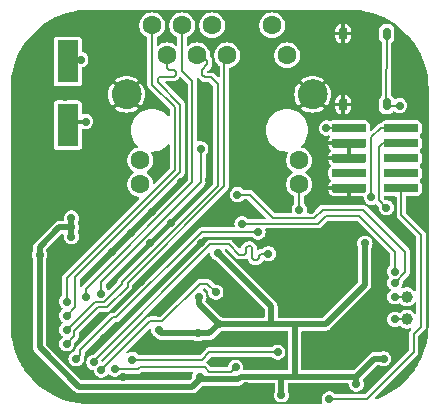
<source format=gbr>
G04 --- HEADER BEGIN --- *
G04 #@! TF.GenerationSoftware,LibrePCB,LibrePCB,1.0.1-unstable*
G04 #@! TF.CreationDate,2024-02-11T18:20:56*
G04 #@! TF.ProjectId,d0-reader,9220702f-a48e-4216-8865-87f6ea8ca353,v2*
G04 #@! TF.Part,Single*
G04 #@! TF.SameCoordinates*
G04 #@! TF.FileFunction,Copper,L1,Top*
G04 #@! TF.FilePolarity,Positive*
%FSLAX66Y66*%
%MOMM*%
G01*
G75*
G04 --- HEADER END --- *
G04 --- APERTURE LIST BEGIN --- *
G04 #@! TA.AperFunction,SMDPad,CuDef*
%AMROUNDEDRECT10*20,1,0.76,-1.26,0.0,1.26,0.0,0.0*20,1,0.38,-1.45,0.0,1.45,0.0,0.0*1,1,0.38,-1.26,0.19*1,1,0.38,1.26,0.19*1,1,0.38,1.26,-0.19*1,1,0.38,-1.26,-0.19*%
%ADD10ROUNDEDRECT10*%
G04 #@! TA.AperFunction,TestPad*
%ADD11C,1.0*%
G04 #@! TA.AperFunction,SMDPad,CuDef*
%AMROUNDEDRECT12*20,1,0.7,-0.325,0.0,0.325,0.0,90.0*20,1,0.35,-0.5,0.0,0.5,0.0,90.0*1,1,0.35,-0.175,-0.325*1,1,0.35,-0.175,0.325*1,1,0.35,0.175,0.325*1,1,0.35,0.175,-0.325*%
%ADD12ROUNDEDRECT12*%
G04 #@! TA.AperFunction,ComponentPad*
%ADD13C,1.6*%
%ADD14C,2.5*%
G04 #@! TA.AperFunction,SMDPad,CuDef*
%ADD15R,1.8X3.6*%
G04 #@! TA.AperFunction,ViaPad*
%ADD16C,0.7*%
G04 #@! TA.AperFunction,Conductor*
%ADD17C,0.2*%
%ADD18C,0.5*%
%ADD19C,0.3*%
%ADD20C,0.01*%
G04 #@! TD*
G04 --- APERTURE LIST END --- *
G04 --- BOARD BEGIN --- *
D10*
G04 #@! TO.N,N/C*
G04 #@! TO.C,J2*
G04 #@! TO.P,J2,6,6*
X15381250Y4127500D03*
G04 #@! TO.N,GND*
G04 #@! TO.P,J2,5,5*
X10971250Y4127500D03*
G04 #@! TO.P,J2,9,9*
X10971250Y1587500D03*
G04 #@! TO.P,J2,3,3*
X10971250Y5397500D03*
G04 #@! TO.N,!RST*
G04 #@! TO.P,J2,10,10*
X15381250Y1587500D03*
G04 #@! TO.N,N/C*
G04 #@! TO.P,J2,8,8*
X15381250Y2857500D03*
G04 #@! TO.P,J2,7,7*
X10971250Y2857500D03*
G04 #@! TO.N,3V3*
G04 #@! TO.P,J2,1,1*
X10971250Y6667500D03*
G04 #@! TO.N,SWDIO*
G04 #@! TO.P,J2,2,2*
X15381250Y6667500D03*
G04 #@! TO.N,SWCLK*
G04 #@! TO.P,J2,4,4*
X15381250Y5397500D03*
D11*
G04 #@! TO.N,TEST1*
G04 #@! TO.C,TP1*
G04 #@! TO.P,TP1,1,1*
X15875000Y-7620000D03*
D12*
G04 #@! TO.N,BUTTON*
G04 #@! TO.C,S1*
G04 #@! TO.P,S1,34,2*
X14153125Y8668125D03*
G04 #@! TO.N,GND*
G04 #@! TO.P,S1,12,1*
X10453125Y14668125D03*
G04 #@! TO.N,BUTTON*
G04 #@! TO.P,S1,34,2*
X14153125Y14668125D03*
G04 #@! TO.N,GND*
G04 #@! TO.P,S1,12,1*
X10453125Y8668125D03*
D13*
G04 #@! TO.N,TXN*
G04 #@! TO.C,J1*
G04 #@! TO.P,J1,5,TD-*
X635000Y12825000D03*
G04 #@! TO.N,N17*
G04 #@! TO.P,J1,13,LED_Yellow_A*
X-6725000Y3935000D03*
D14*
G04 #@! TO.N,GND*
G04 #@! TO.P,J1,SHIELD2,SHIELD*
X-7875000Y9525000D03*
D13*
G04 #@! TO.N,TXP*
G04 #@! TO.P,J1,7,TD+*
X-1905000Y12825000D03*
G04 #@! TO.N,RXP*
G04 #@! TO.P,J1,10,RD+*
X-5715000Y15365000D03*
D14*
G04 #@! TO.N,GND*
G04 #@! TO.P,J1,SHIELD1,SHIELD*
X7875000Y9525000D03*
D13*
G04 #@! TO.N,POE+*
G04 #@! TO.P,J1,2,PWR+*
X4445000Y15365000D03*
G04 #@! TO.N,N14*
G04 #@! TO.P,J1,14,LED_Yellow_C*
X-6725000Y1905000D03*
G04 #@! TO.N,RXN*
G04 #@! TO.P,J1,9,RD-*
X-4445000Y12825000D03*
G04 #@! TO.N,POE-*
G04 #@! TO.P,J1,1,PWR-*
X5715000Y12825000D03*
G04 #@! TO.N,N13*
G04 #@! TO.P,J1,11,LED_Green_C*
X6725000Y3935000D03*
G04 #@! TO.N,POWER_LED*
G04 #@! TO.P,J1,12,LED_Green_A*
X6725000Y1905000D03*
G04 #@! TO.N,N1*
G04 #@! TO.P,J1,6,TX_CT*
X-635000Y15365000D03*
G04 #@! TO.P,J1,8,RX_CT*
X-3175000Y15365000D03*
D11*
G04 #@! TO.N,TEST2*
G04 #@! TO.C,TP2*
G04 #@! TO.P,TP2,1,1*
X15875000Y-9525000D03*
D15*
G04 #@! TO.N,POE-*
G04 #@! TO.C,C17*
G04 #@! TO.P,C17,-,-*
X-12858750Y6904375D03*
G04 #@! TO.N,N5*
G04 #@! TO.P,C17,+,+*
X-12858750Y12304375D03*
D16*
G04 #@! TD.C*
G04 #@! TD.P*
G04 #@! TO.N,GND*
X8810625Y4127500D03*
X-10953750Y5476875D03*
G04 #@! TO.N,N17*
X-10001250Y-7381875D03*
X-1587500Y4921250D03*
D17*
X-10001250Y-7381875D02*
X-10001250Y-6350000D01*
X-1587500Y4921250D02*
X-1587500Y2063750D01*
X-10001250Y-6350000D02*
X-1587500Y2063750D01*
D16*
G04 #@! TO.N,GND*
X-1587500Y-3095625D03*
X6667500Y16033750D03*
G04 #@! TO.N,TEST1*
X14843125Y-7620000D03*
D17*
X14843125Y-7620000D02*
X15875000Y-7620000D01*
D16*
G04 #@! TO.N,GND*
X-9763125Y-11112500D03*
G04 #@! TO.N,RXN*
X-12938125Y-9207500D03*
D17*
X-3333750Y8651875D02*
X-5238750Y10556875D01*
X-3730625Y11430000D02*
X-3889375Y11588750D01*
X-3333750Y2936875D02*
X-3333750Y8651875D01*
X-12223750Y-8493125D02*
X-12223750Y-5953125D01*
X-3730625Y11191875D02*
X-3730625Y11430000D01*
X-4445000Y12825000D02*
X-4445000Y11747500D01*
X-12223750Y-5953125D02*
X-3333750Y2936875D01*
X-3889375Y11033125D02*
X-3730625Y11191875D01*
X-4286250Y11588750D02*
X-3889375Y11588750D01*
X-4286250Y11588750D02*
X-4445000Y11747500D01*
X-5238750Y10874375D02*
X-5080000Y11033125D01*
X-12223750Y-8493125D02*
X-12938125Y-9207500D01*
X-5238750Y10556875D02*
X-5238750Y10874375D01*
X-3889375Y11033125D02*
X-5080000Y11033125D01*
D16*
G04 #@! TO.N,GND*
X8731250Y5397500D03*
X17145000Y-11112500D03*
X-6905625Y-16271875D03*
G04 #@! TO.N,RMII_TXEN*
X-317500Y-7223125D03*
X-10001250Y-13811250D03*
D17*
X-1031875Y-6508750D02*
X-1666875Y-6508750D01*
X-4841875Y-9683750D02*
X-5873750Y-9683750D01*
X-1031875Y-6508750D02*
X-317500Y-7223125D01*
X-5873750Y-9683750D02*
X-10001250Y-13811250D01*
X-1666875Y-6508750D02*
X-4841875Y-9683750D01*
D16*
G04 #@! TO.N,GND*
X-7540625Y16033750D03*
X-1905000Y14366875D03*
X-10636250Y-9921875D03*
G04 #@! TO.N,RMII_TXD1*
X3254375Y-2143125D03*
X-12144375Y-12858750D03*
D17*
X-11826875Y-12541250D02*
X-12144375Y-12858750D01*
X3254375Y-2143125D02*
X3095625Y-2143125D01*
X-8731250Y-9366250D02*
X-9048750Y-9366250D01*
X-9048750Y-9366250D02*
X-11826875Y-12144375D01*
X-1508125Y-2143125D02*
X-8731250Y-9366250D01*
X-1508125Y-2143125D02*
X3095625Y-2143125D01*
X-11826875Y-12144375D02*
X-11826875Y-12541250D01*
D16*
G04 #@! TO.N,GND*
X13414375Y9921875D03*
X-5873750Y-3095625D03*
X5238750Y-10953750D03*
X-396875Y-13255625D03*
X15716250Y-11191875D03*
X-5080000Y8572500D03*
X15557500Y9842500D03*
G04 #@! TO.N,3V3*
X-79375Y-9921875D03*
X12303125Y-3095625D03*
X-12541250Y-2540000D03*
X-5159375Y-10398125D03*
X-1825625Y-10715625D03*
X13890625Y-12858750D03*
X5238750Y-15954375D03*
X11588750Y-15001875D03*
X9048750Y6667500D03*
X-15240000Y-4048125D03*
X-12541250Y-1746250D03*
X-1666875Y-14366875D03*
X-158750Y-3889375D03*
X-12541250Y-952500D03*
X-1746250Y-7620000D03*
D18*
X-12541250Y-2540000D02*
X-12541250Y-1746250D01*
X-158750Y-3889375D02*
X-79375Y-3889375D01*
D17*
X9048750Y6667500D02*
X10971250Y6667500D01*
D18*
X-15240000Y-4048125D02*
X-15240000Y-3413125D01*
X5238750Y-15954375D02*
X5238750Y-16033750D01*
X-4921250Y-10715625D02*
X-5159375Y-10398125D01*
X-12541250Y-1746250D02*
X-12541250Y-952500D01*
X6350000Y-9921875D02*
X8969375Y-9921875D01*
X4365625Y-9921875D02*
X-79375Y-9921875D01*
X13890625Y-12858750D02*
X13096875Y-12858750D01*
X1587500Y-14605000D02*
X-1666875Y-14605000D01*
X5238750Y-14366875D02*
X5238750Y-15954375D01*
X6350000Y-14366875D02*
X11588750Y-14366875D01*
X-1666875Y-14605000D02*
X-2301875Y-15240000D01*
X4365625Y-9921875D02*
X4365625Y-8413750D01*
X11588750Y-15001875D02*
X11588750Y-14366875D01*
X-12541250Y-1746250D02*
X-13573125Y-1746250D01*
X1825625Y-14366875D02*
X1587500Y-14605000D01*
X6350000Y-14366875D02*
X6350000Y-9921875D01*
X5238750Y-14366875D02*
X1825625Y-14366875D01*
X-11906250Y-15240000D02*
X-15240000Y-11906250D01*
X-1666875Y-14366875D02*
X-1666875Y-14605000D01*
X4365625Y-8413750D02*
X-158750Y-3889375D01*
X-1746250Y-8255000D02*
X-79375Y-9921875D01*
X12303125Y-3095625D02*
X12303125Y-6588125D01*
X-15240000Y-3413125D02*
X-13573125Y-1746250D01*
X-1825625Y-10715625D02*
X-873125Y-10715625D01*
X11588750Y-14366875D02*
X13096875Y-12858750D01*
X4365625Y-9921875D02*
X6350000Y-9921875D01*
X6350000Y-14366875D02*
X5238750Y-14366875D01*
X-15240000Y-4048125D02*
X-15240000Y-11906250D01*
X-1746250Y-7620000D02*
X-1746250Y-8255000D01*
X-1825625Y-10715625D02*
X-4921250Y-10715625D01*
X-11906250Y-15240000D02*
X-2301875Y-15240000D01*
X-873125Y-10715625D02*
X-79375Y-9921875D01*
X8969375Y-9921875D02*
X12303125Y-6588125D01*
D16*
G04 #@! TO.N,GND*
X-1508125Y-5556250D03*
X-3254375Y2063750D03*
X-11350625Y-14049375D03*
X-11430000Y-16192500D03*
X15478125Y13335000D03*
G04 #@! TO.N,SWDIO*
X12858750Y793750D03*
D17*
X12858750Y793750D02*
X12858750Y5873750D01*
X12858750Y5873750D02*
X13652500Y6667500D01*
X15381250Y6667500D02*
X13652500Y6667500D01*
D16*
G04 #@! TO.N,GND*
X10239375Y-10953750D03*
X1825625Y-2857500D03*
X-12858750Y-3810000D03*
X5397500Y-8810625D03*
X-7540625Y-2222500D03*
X7699375Y-16351250D03*
X-10160000Y-1746250D03*
X1190625Y4524375D03*
X8810625Y1587500D03*
X7143750Y-6746875D03*
G04 #@! TO.N,!RST*
X9286875Y-16271875D03*
D17*
X15381250Y1587500D02*
X15381250Y-696875D01*
X17065625Y-10160000D02*
X16430625Y-10795000D01*
X15381250Y-696875D02*
X17065625Y-2381250D01*
X9286875Y-16271875D02*
X12461875Y-16271875D01*
X17065625Y-2381250D02*
X17065625Y-10160000D01*
X16430625Y-12303125D02*
X12461875Y-16271875D01*
X16430625Y-10795000D02*
X16430625Y-12303125D01*
D16*
G04 #@! TO.N,GND*
X3016250Y-13414375D03*
X-4445000Y14366875D03*
X-16351250Y-12779375D03*
X3175000Y5794375D03*
G04 #@! TO.N,POWER_LED*
X6746875Y-238125D03*
D17*
X6725000Y-216250D02*
X6746875Y-238125D01*
X6725000Y1905000D02*
X6725000Y-216250D01*
D16*
G04 #@! TO.N,GND*
X-6667500Y-6350000D03*
X13335000Y13255625D03*
G04 #@! TO.N,POE-*
X-11350625Y7223125D03*
D19*
X-11350625Y7223125D02*
X-12857500Y7223125D01*
X-12857500Y7223125D02*
X-12858750Y6904375D01*
D16*
G04 #@! TO.N,!LAN_RST*
X-8890000Y-13731875D03*
X1349375Y-13573125D03*
D17*
X952500Y-13970000D02*
X1349375Y-13573125D01*
X-8890000Y-13731875D02*
X-6905625Y-13731875D01*
X-1270000Y-13573125D02*
X-873125Y-13970000D01*
X-8890000Y-13731875D02*
X-8890000Y-13731875D01*
X-873125Y-13970000D02*
X952500Y-13970000D01*
X-6746875Y-13573125D02*
X-1270000Y-13573125D01*
X-6905625Y-13731875D02*
X-6746875Y-13573125D01*
D16*
G04 #@! TO.N,GND*
X-13652500Y-238125D03*
X11191875Y-5397500D03*
X3413125Y-8810625D03*
G04 #@! TO.N,N5*
X-11747500Y12461875D03*
D19*
X-11747500Y12461875D02*
X-12857500Y12461875D01*
X-12857500Y12461875D02*
X-12858750Y12304375D01*
D16*
G04 #@! TO.N,GND*
X-14525625Y11191875D03*
X-1825625Y-11906250D03*
X-15875000Y-238125D03*
X-3095625Y9445625D03*
X-1270000Y-15557500D03*
X8572500Y-8810625D03*
X10715625Y16113125D03*
G04 #@! TO.N,TXP*
X-12938125Y-10398125D03*
D17*
X-1508125Y11588750D02*
X-1031875Y12065000D01*
X-158750Y1746250D02*
X-158750Y10398125D01*
X-1508125Y11191875D02*
X-1508125Y11588750D01*
X-12938125Y-10398125D02*
X-10556875Y-8016875D01*
X-1031875Y12065000D02*
X-1031875Y12382500D01*
X-8255000Y-6508750D02*
X-9763125Y-8016875D01*
X-1031875Y12382500D02*
X-1474375Y12825000D01*
X-714375Y10953750D02*
X-1270000Y10953750D01*
X-9763125Y-8016875D02*
X-10556875Y-8016875D01*
X-1474375Y12825000D02*
X-1905000Y12825000D01*
X-1270000Y10953750D02*
X-1508125Y11191875D01*
X-158750Y1746250D02*
X-8255000Y-6350000D01*
X-8255000Y-6350000D02*
X-8255000Y-6508750D01*
X-158750Y10398125D02*
X-714375Y10953750D01*
D16*
G04 #@! TO.N,GND*
X2540000Y14366875D03*
X2540000Y16351250D03*
X-873125Y2301875D03*
G04 #@! TO.N,IR_TX*
X14843125Y-5476875D03*
X1905000Y-1428750D03*
D17*
X11826875Y-793750D02*
X14843125Y-3810000D01*
X1905000Y-1428750D02*
X8334375Y-1428750D01*
X8969375Y-793750D02*
X11826875Y-793750D01*
X8334375Y-1428750D02*
X8969375Y-793750D01*
X14843125Y-5476875D02*
X14843125Y-3810000D01*
D16*
G04 #@! TO.N,GND*
X1825625Y8969375D03*
G04 #@! TO.N,IR_RX*
X14843125Y-6429375D03*
X1508125Y1031875D03*
D17*
X15716250Y-5556250D02*
X14843125Y-6429375D01*
X4524375Y-952500D02*
X8016875Y-952500D01*
X1508125Y1031875D02*
X2540000Y1031875D01*
X8731250Y-238125D02*
X12144375Y-238125D01*
X12144375Y-238125D02*
X15716250Y-3810000D01*
X8016875Y-952500D02*
X8731250Y-238125D01*
X2540000Y1031875D02*
X4524375Y-952500D01*
X15716250Y-3810000D02*
X15716250Y-5556250D01*
D16*
G04 #@! TO.N,GND*
X-6032500Y-14287500D03*
X-396875Y-5000625D03*
X-10160000Y317500D03*
X13493750Y-13890625D03*
G04 #@! TO.N,N1*
X-11350625Y-7620000D03*
D17*
X-11350625Y-6985000D02*
X-2301875Y2063750D01*
X-2301875Y10636250D02*
X-3175000Y11509375D01*
X-3175000Y11509375D02*
X-3175000Y15365000D01*
X-11350625Y-7620000D02*
X-11350625Y-6985000D01*
X-2301875Y2063750D02*
X-2301875Y10636250D01*
D16*
G04 #@! TO.N,GND*
X873125Y-7381875D03*
X15398750Y-2143125D03*
X-5715000Y-396875D03*
X3571875Y-11191875D03*
X11668125Y-12461875D03*
X-5397500Y2936875D03*
X11906250Y-8810625D03*
G04 #@! TO.N,BUTTON*
X15240000Y8572500D03*
D17*
X14128750Y8651875D02*
X14153125Y14668125D01*
X14128750Y8651875D02*
X14129679Y8652181D01*
X14128750Y8651875D02*
X14128750Y8572500D01*
X14129679Y8652181D02*
X14129056Y8652181D01*
X14128750Y8572500D02*
X15240000Y8572500D01*
X14128750Y8651875D02*
X14129056Y8652181D01*
X14128750Y8651875D02*
X14129679Y8652181D01*
D16*
G04 #@! TO.N,GND*
X-15557500Y5318125D03*
X-1190625Y6032500D03*
X3571875Y-5238750D03*
X-9128125Y-3810000D03*
X-15557500Y11191875D03*
X-13096875Y9286875D03*
X-14605000Y7620000D03*
X-8175625Y-14366875D03*
X7778750Y-238125D03*
X-14287500Y-15081250D03*
X-1190625Y9128125D03*
X-5159375Y-8969375D03*
X13017500Y8175625D03*
X7302500Y-11588750D03*
G04 #@! TO.N,RMII_MDC*
X4921250Y-12303125D03*
X-7381875Y-12938125D03*
D17*
X-7381875Y-12938125D02*
X-1508125Y-12938125D01*
X4921250Y-12303125D02*
X-873125Y-12303125D01*
X-1508125Y-12938125D02*
X-873125Y-12303125D01*
D16*
G04 #@! TO.N,GND*
X-17145000Y-8810625D03*
X-8890000Y-10239375D03*
X-15557500Y13731875D03*
X17145000Y158750D03*
G04 #@! TO.N,RMII_TXD0*
X4127500Y-3968750D03*
X-10636250Y-13176250D03*
D17*
X-10636250Y-13176250D02*
X-10636250Y-13017500D01*
X1666875Y-4048125D02*
X793750Y-3175000D01*
X-793750Y-3175000D02*
X-793750Y-3175000D01*
X3492500Y-3968750D02*
X4127500Y-3968750D01*
X2381250Y-3333750D02*
X2619375Y-3333750D01*
X2222500Y-3492500D02*
X2222500Y-3889375D01*
X2222500Y-3889375D02*
X2063750Y-4048125D01*
X2778125Y-4365625D02*
X2936875Y-4524375D01*
X793750Y-3175000D02*
X-793750Y-3175000D01*
X2619375Y-3333750D02*
X2778125Y-3492500D01*
X3333750Y-4127500D02*
X3333750Y-4365625D01*
X2778125Y-3492500D02*
X2778125Y-4365625D01*
X3333750Y-4365625D02*
X3175000Y-4524375D01*
X3333750Y-4127500D02*
X3492500Y-3968750D01*
X-793750Y-3175000D02*
X-10636250Y-13017500D01*
X2063750Y-4048125D02*
X1666875Y-4048125D01*
X2936875Y-4524375D02*
X3175000Y-4524375D01*
X2381250Y-3333750D02*
X2222500Y-3492500D01*
D16*
G04 #@! TO.N,GND*
X9286875Y-1587500D03*
X16192500Y-6350000D03*
G04 #@! TO.N,SWCLK*
X14128750Y-79375D03*
D17*
X15381250Y5397500D02*
X13811250Y5397500D01*
X13493750Y555625D02*
X14128750Y-79375D01*
X13493750Y5080000D02*
X13493750Y555625D01*
X13493750Y5080000D02*
X13811250Y5397500D01*
D16*
G04 #@! TO.N,GND*
X15319375Y-14605000D03*
X-10080625Y-9366250D03*
X16986250Y8096250D03*
D17*
X5953125Y-16589375D02*
X4445000Y-16589375D01*
D16*
G04 #@! TO.N,TXN*
X-12938125Y-11588750D03*
D17*
X-7778750Y-6746875D02*
X-9525000Y-8493125D01*
X-12303125Y-10953750D02*
X-12303125Y-10477500D01*
X396875Y1746250D02*
X396875Y12586875D01*
X396875Y1746250D02*
X-7778750Y-6429375D01*
X-9525000Y-8493125D02*
X-10318750Y-8493125D01*
X-12938125Y-11588750D02*
X-12303125Y-10953750D01*
X-7778750Y-6429375D02*
X-7778750Y-6746875D01*
X-10318750Y-8493125D02*
X-12303125Y-10477500D01*
X396875Y12586875D02*
X635000Y12825000D01*
D16*
G04 #@! TO.N,GND*
X2222500Y-15160625D03*
X10398125Y-15398750D03*
X-4127500Y-1349375D03*
X6667500Y-16351250D03*
X-15716250Y2698750D03*
X2778125Y-396875D03*
X-79375Y-317500D03*
X12541250Y-14843125D03*
X7858125Y-4365625D03*
X-12779375Y15795625D03*
X-17065625Y-3016250D03*
G04 #@! TO.N,TEST2*
X14843125Y-9525000D03*
D17*
X14843125Y-9525000D02*
X15875000Y-9525000D01*
D16*
G04 #@! TO.N,GND*
X3016250Y11430000D03*
X-16668750Y11191875D03*
X3889375Y952500D03*
X-10160000Y2778125D03*
G04 #@! TO.N,RXP*
X-12938125Y-8016875D03*
D17*
X-5715000Y15365000D02*
X-5715000Y10318750D01*
X-5715000Y10318750D02*
X-3810000Y8413750D01*
X-3810000Y3095625D02*
X-3810000Y8413750D01*
X-12938125Y-8016875D02*
X-12938125Y-6032500D01*
X-3810000Y3095625D02*
X-12938125Y-6032500D01*
D20*
G04 #@! TA.AperFunction,Conductor*
G04 #@! TO.N,GND*
G36*
X-17700000Y-9992527D02*
X-17699930Y-9996266D01*
X-17681197Y-10496932D01*
X-17680638Y-10504389D01*
X-17625379Y-10994828D01*
X-17624265Y-11002223D01*
X-17532508Y-11487167D01*
X-17530844Y-11494458D01*
X-17403104Y-11971192D01*
X-17400899Y-11978338D01*
X-17237896Y-12444171D01*
X-17235164Y-12451132D01*
X-17037798Y-12903502D01*
X-17034554Y-12910239D01*
X-16803939Y-13346583D01*
X-16800199Y-13353060D01*
X-16537614Y-13770960D01*
X-16533402Y-13777138D01*
X-16240319Y-14174253D01*
X-16235656Y-14180100D01*
X-15913742Y-14554170D01*
X-15908656Y-14559652D01*
X-15559652Y-14908656D01*
X-15554170Y-14913742D01*
X-15180100Y-15235656D01*
X-15174253Y-15240319D01*
X-14777138Y-15533402D01*
X-14770960Y-15537614D01*
X-14353060Y-15800199D01*
X-14346583Y-15803939D01*
X-13910239Y-16034554D01*
X-13903502Y-16037798D01*
X-13451132Y-16235164D01*
X-13444171Y-16237896D01*
X-12978335Y-16400900D01*
X-12971188Y-16403105D01*
X-12494459Y-16530843D01*
X-12487169Y-16532507D01*
X-12002223Y-16624265D01*
X-11994828Y-16625379D01*
X-11504389Y-16680638D01*
X-11496932Y-16681197D01*
X-10996266Y-16699930D01*
X-10992527Y-16700000D01*
X4865222Y-16700000D01*
X4924549Y-16680500D01*
X4960738Y-16629605D01*
X4959676Y-16567164D01*
X4911694Y-16511456D01*
X4874864Y-16492126D01*
X4864980Y-16485303D01*
X4756744Y-16389415D01*
X4748784Y-16380430D01*
X4666638Y-16261420D01*
X4661060Y-16250792D01*
X4609781Y-16115582D01*
X4606909Y-16103929D01*
X4589479Y-15960379D01*
X4589479Y-15948371D01*
X4606909Y-15804821D01*
X4609781Y-15793168D01*
X4661060Y-15657958D01*
X4666639Y-15647327D01*
X4671050Y-15640937D01*
X4688750Y-15584133D01*
X4688750Y-15016874D01*
X4669250Y-14957547D01*
X4588751Y-14916875D01*
X2094863Y-14916875D01*
X2024153Y-14946164D01*
X1977328Y-14992989D01*
X1975371Y-14993638D01*
X1970990Y-14998067D01*
X1867700Y-15077324D01*
X1856445Y-15083822D01*
X1768703Y-15120166D01*
X1735903Y-15133752D01*
X1723358Y-15137114D01*
X1713290Y-15138439D01*
X1713288Y-15138439D01*
X1590756Y-15154571D01*
X1584219Y-15155000D01*
X-1397637Y-15155000D01*
X-1468347Y-15184289D01*
X-1912047Y-15627989D01*
X-1914004Y-15628638D01*
X-1918385Y-15633067D01*
X-2021675Y-15712324D01*
X-2032930Y-15718822D01*
X-2120672Y-15755166D01*
X-2153472Y-15768752D01*
X-2166017Y-15772114D01*
X-2176085Y-15773439D01*
X-2176087Y-15773439D01*
X-2298619Y-15789571D01*
X-2305156Y-15790000D01*
X-11902980Y-15790000D01*
X-11909489Y-15789574D01*
X-12042109Y-15772115D01*
X-12054651Y-15768754D01*
X-12175196Y-15718822D01*
X-12186450Y-15712324D01*
X-12292563Y-15630901D01*
X-12297472Y-15626596D01*
X-15626596Y-12297472D01*
X-15630901Y-12292563D01*
X-15712324Y-12186450D01*
X-15718822Y-12175196D01*
X-15768754Y-12054651D01*
X-15772115Y-12042109D01*
X-15789573Y-11909495D01*
X-15790000Y-11902976D01*
X-15790000Y-4418367D01*
X-15807700Y-4361563D01*
X-15812111Y-4355173D01*
X-15817690Y-4344542D01*
X-15868969Y-4209332D01*
X-15871841Y-4197679D01*
X-15889271Y-4054129D01*
X-15889271Y-4042121D01*
X-15871841Y-3898571D01*
X-15868969Y-3886918D01*
X-15817690Y-3751708D01*
X-15812111Y-3741077D01*
X-15807700Y-3734687D01*
X-15790000Y-3677883D01*
X-15790000Y-3416406D01*
X-15789571Y-3409869D01*
X-15782273Y-3354435D01*
X-15772115Y-3277273D01*
X-15768751Y-3264717D01*
X-15746145Y-3210143D01*
X-15718822Y-3144180D01*
X-15712324Y-3132925D01*
X-15630901Y-3026812D01*
X-15626596Y-3021903D01*
X-13964347Y-1359654D01*
X-13959438Y-1355349D01*
X-13853325Y-1273926D01*
X-13842071Y-1267428D01*
X-13754819Y-1231286D01*
X-13754819Y4804375D01*
X-13762632Y4804990D01*
X-13843681Y4817827D01*
X-13858468Y4822631D01*
X-13928076Y4858098D01*
X-13940649Y4867233D01*
X-13995892Y4922476D01*
X-14005027Y4935049D01*
X-14040494Y5004657D01*
X-14045298Y5019444D01*
X-14058135Y5100493D01*
X-14058750Y5108306D01*
X-14058750Y8700444D01*
X-14058135Y8708257D01*
X-14045298Y8789306D01*
X-14040494Y8804093D01*
X-14005027Y8873701D01*
X-13995892Y8886274D01*
X-13940649Y8941517D01*
X-13928076Y8950652D01*
X-13858468Y8986119D01*
X-13843681Y8990923D01*
X-13762632Y9003760D01*
X-13754819Y9004375D01*
X-13754819Y10204375D01*
X-13762632Y10204990D01*
X-13843681Y10217827D01*
X-13858468Y10222631D01*
X-13928076Y10258098D01*
X-13940649Y10267233D01*
X-13995892Y10322476D01*
X-14005027Y10335049D01*
X-14040494Y10404657D01*
X-14045298Y10419444D01*
X-14058135Y10500493D01*
X-14058750Y10508306D01*
X-14058750Y14100444D01*
X-14058135Y14108257D01*
X-14045298Y14189306D01*
X-14040494Y14204093D01*
X-14005027Y14273701D01*
X-13995892Y14286274D01*
X-13940649Y14341517D01*
X-13928076Y14350652D01*
X-13858468Y14386119D01*
X-13843681Y14390923D01*
X-13762632Y14403760D01*
X-13754819Y14404375D01*
X-11962681Y14404375D01*
X-11954868Y14403760D01*
X-11873819Y14390923D01*
X-11859032Y14386119D01*
X-11789424Y14350652D01*
X-11776851Y14341517D01*
X-11721608Y14286274D01*
X-11712473Y14273701D01*
X-11677006Y14204093D01*
X-11672202Y14189306D01*
X-11659365Y14108257D01*
X-11658750Y14100444D01*
X-11658750Y13182916D01*
X-11639250Y13123589D01*
X-11582682Y13085823D01*
X-11522885Y13071085D01*
X-11511649Y13066824D01*
X-11383613Y12999626D01*
X-11373730Y12992803D01*
X-11265494Y12896915D01*
X-11257534Y12887930D01*
X-11175388Y12768920D01*
X-11169810Y12758292D01*
X-11118531Y12623082D01*
X-11115659Y12611429D01*
X-11098229Y12467879D01*
X-11098229Y12455871D01*
X-11115659Y12312321D01*
X-11118531Y12300668D01*
X-11169810Y12165458D01*
X-11175388Y12154830D01*
X-11257534Y12035820D01*
X-11265494Y12026835D01*
X-11373730Y11930947D01*
X-11383613Y11924124D01*
X-11511649Y11856926D01*
X-11522885Y11852665D01*
X-11582682Y11837927D01*
X-11635618Y11804796D01*
X-11658750Y11740834D01*
X-11658750Y10508306D01*
X-11659365Y10500493D01*
X-11672202Y10419444D01*
X-11677006Y10404657D01*
X-11712473Y10335049D01*
X-11721608Y10322476D01*
X-11776851Y10267233D01*
X-11789424Y10258098D01*
X-11859032Y10222631D01*
X-11873819Y10217827D01*
X-11954868Y10204990D01*
X-11962681Y10204375D01*
X-13754819Y10204375D01*
X-13754819Y9004375D01*
X-11962681Y9004375D01*
X-11954868Y9003760D01*
X-11873819Y8990923D01*
X-11859032Y8986119D01*
X-11789424Y8950652D01*
X-11776851Y8941517D01*
X-11721608Y8886274D01*
X-11712473Y8873701D01*
X-11677006Y8804093D01*
X-11672202Y8789306D01*
X-11659365Y8708257D01*
X-11658750Y8700444D01*
X-11658750Y7939390D01*
X-11639250Y7880063D01*
X-11588355Y7843874D01*
X-11534819Y7842297D01*
X-11434849Y7866938D01*
X-11422922Y7868386D01*
X-11278328Y7868386D01*
X-11266399Y7866937D01*
X-11126010Y7832335D01*
X-11114774Y7828074D01*
X-10986738Y7760876D01*
X-10976855Y7754053D01*
X-10868619Y7658165D01*
X-10860659Y7649180D01*
X-10778513Y7530170D01*
X-10772935Y7519542D01*
X-10721656Y7384332D01*
X-10718784Y7372679D01*
X-10701354Y7229129D01*
X-10701354Y7217121D01*
X-10718784Y7073571D01*
X-10721656Y7061918D01*
X-10772935Y6926708D01*
X-10778513Y6916080D01*
X-10860659Y6797070D01*
X-10868619Y6788085D01*
X-10976855Y6692197D01*
X-10986738Y6685374D01*
X-11114774Y6618176D01*
X-11126010Y6613915D01*
X-11266399Y6579313D01*
X-11278328Y6577864D01*
X-11422922Y6577864D01*
X-11434849Y6579312D01*
X-11534819Y6603953D01*
X-11597089Y6599218D01*
X-11644407Y6558463D01*
X-11658750Y6506860D01*
X-11658750Y5108306D01*
X-11659365Y5100493D01*
X-11672202Y5019444D01*
X-11677006Y5004657D01*
X-11712473Y4935049D01*
X-11721608Y4922476D01*
X-11776851Y4867233D01*
X-11789424Y4858098D01*
X-11859032Y4822631D01*
X-11873819Y4817827D01*
X-11954868Y4804990D01*
X-11962681Y4804375D01*
X-13754819Y4804375D01*
X-13754819Y-1231286D01*
X-13721526Y-1217496D01*
X-13708984Y-1214135D01*
X-13576364Y-1196676D01*
X-13569855Y-1196250D01*
X-13274529Y-1196250D01*
X-13215202Y-1176750D01*
X-13179013Y-1125855D01*
X-13175259Y-1084197D01*
X-13190521Y-958504D01*
X-13190521Y-946496D01*
X-13173091Y-802946D01*
X-13170219Y-791293D01*
X-13118940Y-656083D01*
X-13113362Y-645455D01*
X-13031216Y-526445D01*
X-13023256Y-517460D01*
X-12915020Y-421572D01*
X-12905137Y-414749D01*
X-12777101Y-347551D01*
X-12765865Y-343290D01*
X-12625476Y-308688D01*
X-12613547Y-307239D01*
X-12468953Y-307239D01*
X-12457024Y-308688D01*
X-12316635Y-343290D01*
X-12305399Y-347551D01*
X-12177363Y-414749D01*
X-12167480Y-421572D01*
X-12059244Y-517460D01*
X-12051284Y-526445D01*
X-11969138Y-645455D01*
X-11963560Y-656083D01*
X-11912281Y-791293D01*
X-11909409Y-802946D01*
X-11891979Y-946496D01*
X-11891979Y-958504D01*
X-11909409Y-1102054D01*
X-11912281Y-1113707D01*
X-11963560Y-1248917D01*
X-11969139Y-1259548D01*
X-11973550Y-1265938D01*
X-11991250Y-1322742D01*
X-11991250Y-1376008D01*
X-11973550Y-1432812D01*
X-11969139Y-1439202D01*
X-11963560Y-1449833D01*
X-11912281Y-1585043D01*
X-11909409Y-1596696D01*
X-11891979Y-1740246D01*
X-11891979Y-1752254D01*
X-11909409Y-1895804D01*
X-11912281Y-1907457D01*
X-11963560Y-2042667D01*
X-11969139Y-2053298D01*
X-11973550Y-2059688D01*
X-11991250Y-2116492D01*
X-11991250Y-2169758D01*
X-11973550Y-2226562D01*
X-11969139Y-2232952D01*
X-11963560Y-2243583D01*
X-11912281Y-2378793D01*
X-11909409Y-2390446D01*
X-11891979Y-2533996D01*
X-11891979Y-2546004D01*
X-11909409Y-2689554D01*
X-11912281Y-2701207D01*
X-11963560Y-2836417D01*
X-11969138Y-2847045D01*
X-12051284Y-2966055D01*
X-12059244Y-2975040D01*
X-12167480Y-3070928D01*
X-12177363Y-3077751D01*
X-12305399Y-3144949D01*
X-12316635Y-3149210D01*
X-12457024Y-3183812D01*
X-12468953Y-3185261D01*
X-12613547Y-3185261D01*
X-12625476Y-3183812D01*
X-12765865Y-3149210D01*
X-12777101Y-3144949D01*
X-12905137Y-3077751D01*
X-12915020Y-3070928D01*
X-13023256Y-2975040D01*
X-13031216Y-2966055D01*
X-13113362Y-2847045D01*
X-13118940Y-2836417D01*
X-13170219Y-2701207D01*
X-13173091Y-2689554D01*
X-13190521Y-2546004D01*
X-13190521Y-2533996D01*
X-13175259Y-2408303D01*
X-13187466Y-2347058D01*
X-13233627Y-2304997D01*
X-13274529Y-2296250D01*
X-13303886Y-2296250D01*
X-13374596Y-2325539D01*
X-14658881Y-3609824D01*
X-14687043Y-3665563D01*
X-14670471Y-3737337D01*
X-14667889Y-3741078D01*
X-14662310Y-3751708D01*
X-14611031Y-3886918D01*
X-14608159Y-3898571D01*
X-14590729Y-4042121D01*
X-14590729Y-4054129D01*
X-14608159Y-4197679D01*
X-14611031Y-4209332D01*
X-14662310Y-4344542D01*
X-14667889Y-4355173D01*
X-14672300Y-4361563D01*
X-14690000Y-4418367D01*
X-14690000Y-11637011D01*
X-14660711Y-11707721D01*
X-13010422Y-13358010D01*
X-13010422Y-12234011D01*
X-13022351Y-12232562D01*
X-13162740Y-12197960D01*
X-13173976Y-12193699D01*
X-13302012Y-12126501D01*
X-13311895Y-12119678D01*
X-13420131Y-12023790D01*
X-13428091Y-12014805D01*
X-13510237Y-11895795D01*
X-13515815Y-11885167D01*
X-13567094Y-11749957D01*
X-13569966Y-11738304D01*
X-13587396Y-11594754D01*
X-13587396Y-11582746D01*
X-13569966Y-11439196D01*
X-13567094Y-11427543D01*
X-13515815Y-11292333D01*
X-13510237Y-11281705D01*
X-13428091Y-11162695D01*
X-13420131Y-11153710D01*
X-13323709Y-11068288D01*
X-13292233Y-11014351D01*
X-13298895Y-10952258D01*
X-13323709Y-10918588D01*
X-13420131Y-10833165D01*
X-13428091Y-10824180D01*
X-13510237Y-10705170D01*
X-13515815Y-10694542D01*
X-13567094Y-10559332D01*
X-13569966Y-10547679D01*
X-13587396Y-10404129D01*
X-13587396Y-10392121D01*
X-13569966Y-10248571D01*
X-13567094Y-10236918D01*
X-13515815Y-10101708D01*
X-13510237Y-10091080D01*
X-13428091Y-9972070D01*
X-13420131Y-9963085D01*
X-13323709Y-9877663D01*
X-13292233Y-9823726D01*
X-13298895Y-9761633D01*
X-13323709Y-9727963D01*
X-13420131Y-9642540D01*
X-13428091Y-9633555D01*
X-13510237Y-9514545D01*
X-13515815Y-9503917D01*
X-13567094Y-9368707D01*
X-13569966Y-9357054D01*
X-13587396Y-9213504D01*
X-13587396Y-9201496D01*
X-13569966Y-9057946D01*
X-13567094Y-9046293D01*
X-13515815Y-8911083D01*
X-13510237Y-8900455D01*
X-13428091Y-8781445D01*
X-13420131Y-8772460D01*
X-13323709Y-8687038D01*
X-13292233Y-8633101D01*
X-13298895Y-8571008D01*
X-13323709Y-8537338D01*
X-13420131Y-8451915D01*
X-13428091Y-8442930D01*
X-13510237Y-8323920D01*
X-13515815Y-8313292D01*
X-13567094Y-8178082D01*
X-13569966Y-8166429D01*
X-13587396Y-8022879D01*
X-13587396Y-8010871D01*
X-13569966Y-7867321D01*
X-13567094Y-7855668D01*
X-13515815Y-7720458D01*
X-13510237Y-7709830D01*
X-13428091Y-7590820D01*
X-13420131Y-7581835D01*
X-13371812Y-7539028D01*
X-13338125Y-7464178D01*
X-13338125Y-6036431D01*
X-13337510Y-6028618D01*
X-13334430Y-6009170D01*
X-13333199Y-5993527D01*
X-13333199Y-5977795D01*
X-13330767Y-5962440D01*
X-13325906Y-5947479D01*
X-13322243Y-5932221D01*
X-13319780Y-5916667D01*
X-13314976Y-5901884D01*
X-13307827Y-5887855D01*
X-13301821Y-5873354D01*
X-13296958Y-5858388D01*
X-13289900Y-5844535D01*
X-13280651Y-5831805D01*
X-13272452Y-5818426D01*
X-13265302Y-5804394D01*
X-13256169Y-5791823D01*
X-13245035Y-5780689D01*
X-13234844Y-5768757D01*
X-13223275Y-5752834D01*
X-13218190Y-5746880D01*
X-9069526Y-1598216D01*
X-9069526Y8548606D01*
X-9073143Y8549216D01*
X-9074909Y8550628D01*
X-9126426Y8610947D01*
X-9131029Y8617283D01*
X-9254006Y8817963D01*
X-9257564Y8824945D01*
X-9347633Y9042392D01*
X-9350056Y9049847D01*
X-9405001Y9278712D01*
X-9406225Y9286436D01*
X-9424692Y9521086D01*
X-9424692Y9528914D01*
X-9406225Y9763564D01*
X-9405001Y9771288D01*
X-9350056Y10000153D01*
X-9347633Y10007608D01*
X-9257564Y10225055D01*
X-9254006Y10232037D01*
X-9131029Y10432717D01*
X-9126426Y10439053D01*
X-9079136Y10494423D01*
X-9067543Y10501473D01*
X-9063891Y10501148D01*
X-9062014Y10499875D01*
X-8856470Y10294331D01*
X-8957532Y10150000D01*
X-9049616Y9952525D01*
X-9106010Y9742060D01*
X-9125000Y9525000D01*
X-9106010Y9307940D01*
X-9049616Y9097475D01*
X-8957532Y8900000D01*
X-8856470Y8755669D01*
X-9057414Y8554725D01*
X-9069526Y8548606D01*
X-9069526Y-1598216D01*
X-7878914Y-407604D01*
X-7878914Y7975308D01*
X-8113564Y7993775D01*
X-8121288Y7994999D01*
X-8350153Y8049944D01*
X-8357608Y8052367D01*
X-8575055Y8142436D01*
X-8582037Y8145994D01*
X-8782717Y8268971D01*
X-8789053Y8273574D01*
X-8844423Y8320864D01*
X-8851473Y8332457D01*
X-8851148Y8336109D01*
X-8849875Y8337986D01*
X-8644331Y8543530D01*
X-8644331Y10506470D01*
X-8845275Y10707414D01*
X-8851394Y10719526D01*
X-8850784Y10723143D01*
X-8849372Y10724909D01*
X-8789053Y10776426D01*
X-8782717Y10781029D01*
X-8582037Y10904006D01*
X-8575055Y10907564D01*
X-8357608Y10997633D01*
X-8350153Y11000056D01*
X-8121288Y11055001D01*
X-8113564Y11056225D01*
X-7878914Y11074692D01*
X-7871086Y11074692D01*
X-7636436Y11056225D01*
X-7628712Y11055001D01*
X-7399847Y11000056D01*
X-7392392Y10997633D01*
X-7174945Y10907564D01*
X-7167963Y10904006D01*
X-6967283Y10781029D01*
X-6960947Y10776426D01*
X-6905577Y10729136D01*
X-6898527Y10717543D01*
X-6898852Y10713891D01*
X-6900125Y10712014D01*
X-7105669Y10506470D01*
X-7250000Y10607532D01*
X-7447475Y10699616D01*
X-7657940Y10756010D01*
X-7875000Y10775000D01*
X-8092060Y10756010D01*
X-8302525Y10699616D01*
X-8500000Y10607532D01*
X-8644331Y10506470D01*
X-8644331Y8543530D01*
X-8500000Y8442468D01*
X-8302525Y8350384D01*
X-8092060Y8293990D01*
X-7875000Y8275000D01*
X-7657940Y8293990D01*
X-7447475Y8350384D01*
X-7250000Y8442468D01*
X-7105669Y8543530D01*
X-6904725Y8342586D01*
X-6898606Y8330474D01*
X-6899216Y8326857D01*
X-6900628Y8325091D01*
X-6960947Y8273574D01*
X-6967283Y8268971D01*
X-7167963Y8145994D01*
X-7174945Y8142436D01*
X-7392392Y8052367D01*
X-7399847Y8049944D01*
X-7628712Y7994999D01*
X-7636436Y7993775D01*
X-7871086Y7975308D01*
X-7878914Y7975308D01*
X-7878914Y-407604D01*
X-6821914Y649396D01*
X-6793752Y705135D01*
X-6804150Y766713D01*
X-6849054Y810114D01*
X-6883397Y819678D01*
X-6922519Y823303D01*
X-6931568Y824995D01*
X-7117917Y878015D01*
X-7126511Y881345D01*
X-7299934Y967699D01*
X-7307764Y972547D01*
X-7462371Y1089300D01*
X-7469184Y1095512D01*
X-7599705Y1238686D01*
X-7605251Y1246030D01*
X-7707250Y1410764D01*
X-7711348Y1418994D01*
X-7781335Y1599654D01*
X-7783859Y1608522D01*
X-7819459Y1798961D01*
X-7820308Y1808126D01*
X-7820308Y2001874D01*
X-7819459Y2011039D01*
X-7783859Y2201478D01*
X-7781335Y2210346D01*
X-7711348Y2391006D01*
X-7707250Y2399236D01*
X-7605251Y2563970D01*
X-7599705Y2571314D01*
X-7469184Y2714488D01*
X-7462371Y2720700D01*
X-7304128Y2840199D01*
X-7268535Y2891513D01*
X-7270327Y2953937D01*
X-7304128Y2999801D01*
X-7462371Y3119300D01*
X-7469184Y3125512D01*
X-7599705Y3268686D01*
X-7605251Y3276030D01*
X-7707250Y3440764D01*
X-7711348Y3448994D01*
X-7781335Y3629654D01*
X-7783859Y3638522D01*
X-7819459Y3828961D01*
X-7820308Y3838126D01*
X-7820308Y4031874D01*
X-7819459Y4041039D01*
X-7783859Y4231478D01*
X-7781335Y4240346D01*
X-7711348Y4421006D01*
X-7707250Y4429236D01*
X-7605251Y4593970D01*
X-7599705Y4601314D01*
X-7469184Y4744488D01*
X-7462371Y4750700D01*
X-7307764Y4867453D01*
X-7299934Y4872301D01*
X-7126511Y4958655D01*
X-7117917Y4961985D01*
X-6988221Y4998887D01*
X-6936495Y5033879D01*
X-6915615Y5092735D01*
X-6944877Y5165779D01*
X-7072825Y5293727D01*
X-7077490Y5299110D01*
X-7227116Y5498988D01*
X-7230965Y5504977D01*
X-7350629Y5724123D01*
X-7353585Y5730596D01*
X-7440840Y5964538D01*
X-7442845Y5971364D01*
X-7495920Y6215344D01*
X-7496934Y6222399D01*
X-7514745Y6471435D01*
X-7514745Y6478565D01*
X-7496934Y6727601D01*
X-7495920Y6734656D01*
X-7442845Y6978636D01*
X-7440840Y6985462D01*
X-7353585Y7219404D01*
X-7350629Y7225877D01*
X-7230965Y7445023D01*
X-7227116Y7451012D01*
X-7077490Y7650890D01*
X-7072825Y7656273D01*
X-6896273Y7832825D01*
X-6890890Y7837490D01*
X-6691012Y7987116D01*
X-6685023Y7990965D01*
X-6682457Y7992366D01*
X-6682457Y8548527D01*
X-6686109Y8548852D01*
X-6687986Y8550125D01*
X-6893530Y8755669D01*
X-6792468Y8900000D01*
X-6700384Y9097475D01*
X-6643990Y9307940D01*
X-6625000Y9525000D01*
X-6643990Y9742060D01*
X-6700384Y9952525D01*
X-6792468Y10150000D01*
X-6893530Y10294331D01*
X-6692586Y10495275D01*
X-6680474Y10501394D01*
X-6676857Y10500784D01*
X-6675091Y10499372D01*
X-6623574Y10439053D01*
X-6618971Y10432717D01*
X-6495994Y10232037D01*
X-6492436Y10225055D01*
X-6402367Y10007608D01*
X-6399944Y10000153D01*
X-6344999Y9771288D01*
X-6343775Y9763564D01*
X-6325308Y9528914D01*
X-6325308Y9521086D01*
X-6343775Y9286436D01*
X-6344999Y9278712D01*
X-6399944Y9049847D01*
X-6402367Y9042392D01*
X-6492436Y8824945D01*
X-6495994Y8817963D01*
X-6618971Y8617283D01*
X-6623574Y8610947D01*
X-6670864Y8555577D01*
X-6682457Y8548527D01*
X-6682457Y7992366D01*
X-6465877Y8110629D01*
X-6459404Y8113585D01*
X-6225462Y8200840D01*
X-6218636Y8202845D01*
X-5974656Y8255920D01*
X-5967601Y8256934D01*
X-5718565Y8274745D01*
X-5711435Y8274745D01*
X-5462399Y8256934D01*
X-5455344Y8255920D01*
X-5211364Y8202845D01*
X-5204538Y8200840D01*
X-4970596Y8113585D01*
X-4964123Y8110629D01*
X-4744977Y7990965D01*
X-4738988Y7987116D01*
X-4539110Y7837490D01*
X-4533727Y7832825D01*
X-4380709Y7679807D01*
X-4324970Y7651645D01*
X-4263392Y7662043D01*
X-4219991Y7706947D01*
X-4210000Y7750517D01*
X-4210000Y8206644D01*
X-4239289Y8277354D01*
X-5995065Y10033130D01*
X-6000155Y10039089D01*
X-6011718Y10055005D01*
X-6021909Y10066938D01*
X-6033044Y10078073D01*
X-6042177Y10090644D01*
X-6049328Y10104678D01*
X-6057527Y10118057D01*
X-6066776Y10130787D01*
X-6073834Y10144639D01*
X-6078697Y10159606D01*
X-6084702Y10174104D01*
X-6091852Y10188136D01*
X-6096654Y10202915D01*
X-6099116Y10218462D01*
X-6102780Y10233722D01*
X-6107643Y10248688D01*
X-6110075Y10264045D01*
X-6110075Y10279783D01*
X-6111306Y10295426D01*
X-6114385Y10314868D01*
X-6115000Y10322681D01*
X-6115000Y14278676D01*
X-6134500Y14338003D01*
X-6170426Y14368192D01*
X-6289945Y14427704D01*
X-6297758Y14432542D01*
X-6452371Y14549300D01*
X-6459184Y14555512D01*
X-6589705Y14698686D01*
X-6595251Y14706030D01*
X-6697250Y14870764D01*
X-6701348Y14878994D01*
X-6771335Y15059654D01*
X-6773859Y15068522D01*
X-6809459Y15258961D01*
X-6810308Y15268126D01*
X-6810308Y15461874D01*
X-6809459Y15471039D01*
X-6773859Y15661478D01*
X-6771335Y15670346D01*
X-6701348Y15851006D01*
X-6697250Y15859236D01*
X-6595251Y16023970D01*
X-6589705Y16031314D01*
X-6459184Y16174488D01*
X-6452371Y16180700D01*
X-6297764Y16297453D01*
X-6289934Y16302301D01*
X-6116511Y16388655D01*
X-6107917Y16391985D01*
X-5921568Y16445005D01*
X-5912519Y16446697D01*
X-5719608Y16464573D01*
X-5710392Y16464573D01*
X-5517481Y16446697D01*
X-5508432Y16445005D01*
X-5322083Y16391985D01*
X-5313489Y16388655D01*
X-5140066Y16302301D01*
X-5132236Y16297453D01*
X-4977629Y16180700D01*
X-4970816Y16174488D01*
X-4840295Y16031314D01*
X-4834749Y16023970D01*
X-4732750Y15859236D01*
X-4728652Y15851006D01*
X-4658665Y15670346D01*
X-4656141Y15661478D01*
X-4620541Y15471039D01*
X-4619692Y15461874D01*
X-4619692Y15268126D01*
X-4620541Y15258961D01*
X-4656141Y15068522D01*
X-4658665Y15059654D01*
X-4728652Y14878994D01*
X-4732750Y14870764D01*
X-4834749Y14706030D01*
X-4840295Y14698686D01*
X-4970816Y14555512D01*
X-4977629Y14549300D01*
X-5132242Y14432542D01*
X-5140055Y14427704D01*
X-5259574Y14368192D01*
X-5303990Y14324292D01*
X-5315000Y14278676D01*
X-5315000Y13741368D01*
X-5295500Y13682041D01*
X-5244605Y13645852D01*
X-5154738Y13661567D01*
X-5027764Y13757453D01*
X-5019934Y13762301D01*
X-4846511Y13848655D01*
X-4837917Y13851985D01*
X-4651568Y13905005D01*
X-4642519Y13906697D01*
X-4449608Y13924573D01*
X-4440392Y13924573D01*
X-4247481Y13906697D01*
X-4238432Y13905005D01*
X-4052083Y13851985D01*
X-4043489Y13848655D01*
X-3870066Y13762301D01*
X-3862236Y13757453D01*
X-3735262Y13661567D01*
X-3676166Y13641376D01*
X-3616616Y13660182D01*
X-3575000Y13741368D01*
X-3575000Y14278676D01*
X-3594500Y14338003D01*
X-3630426Y14368192D01*
X-3749945Y14427704D01*
X-3757758Y14432542D01*
X-3912371Y14549300D01*
X-3919184Y14555512D01*
X-4049705Y14698686D01*
X-4055251Y14706030D01*
X-4157250Y14870764D01*
X-4161348Y14878994D01*
X-4231335Y15059654D01*
X-4233859Y15068522D01*
X-4269459Y15258961D01*
X-4270308Y15268126D01*
X-4270308Y15461874D01*
X-4269459Y15471039D01*
X-4233859Y15661478D01*
X-4231335Y15670346D01*
X-4161348Y15851006D01*
X-4157250Y15859236D01*
X-4055251Y16023970D01*
X-4049705Y16031314D01*
X-3919184Y16174488D01*
X-3912371Y16180700D01*
X-3757764Y16297453D01*
X-3749934Y16302301D01*
X-3576511Y16388655D01*
X-3567917Y16391985D01*
X-3381568Y16445005D01*
X-3372519Y16446697D01*
X-3179608Y16464573D01*
X-3170392Y16464573D01*
X-2977481Y16446697D01*
X-2968432Y16445005D01*
X-2782083Y16391985D01*
X-2773489Y16388655D01*
X-2600066Y16302301D01*
X-2592236Y16297453D01*
X-2437629Y16180700D01*
X-2430816Y16174488D01*
X-2300295Y16031314D01*
X-2294749Y16023970D01*
X-2192750Y15859236D01*
X-2188652Y15851006D01*
X-2118665Y15670346D01*
X-2116141Y15661478D01*
X-2080541Y15471039D01*
X-2079692Y15461874D01*
X-2079692Y15268126D01*
X-2080541Y15258961D01*
X-2116141Y15068522D01*
X-2118665Y15059654D01*
X-2188652Y14878994D01*
X-2192750Y14870764D01*
X-2294749Y14706030D01*
X-2300295Y14698686D01*
X-2430816Y14555512D01*
X-2437629Y14549300D01*
X-2592242Y14432542D01*
X-2600055Y14427704D01*
X-2719574Y14368192D01*
X-2763990Y14324292D01*
X-2775000Y14278676D01*
X-2775000Y13741368D01*
X-2755500Y13682041D01*
X-2704605Y13645852D01*
X-2614738Y13661567D01*
X-2487764Y13757453D01*
X-2479934Y13762301D01*
X-2306511Y13848655D01*
X-2297917Y13851985D01*
X-2111568Y13905005D01*
X-2102519Y13906697D01*
X-1909608Y13924573D01*
X-1900392Y13924573D01*
X-1707481Y13906697D01*
X-1698432Y13905005D01*
X-1512083Y13851985D01*
X-1503489Y13848655D01*
X-1330066Y13762301D01*
X-1322236Y13757453D01*
X-1167629Y13640700D01*
X-1160816Y13634488D01*
X-1030295Y13491314D01*
X-1024749Y13483970D01*
X-922750Y13319236D01*
X-918652Y13311006D01*
X-848665Y13130346D01*
X-846141Y13121478D01*
X-810541Y12931039D01*
X-809692Y12921874D01*
X-809692Y12767423D01*
X-780403Y12696713D01*
X-751810Y12668120D01*
X-746725Y12662166D01*
X-735156Y12646243D01*
X-724965Y12634311D01*
X-713835Y12623181D01*
X-704694Y12610599D01*
X-697551Y12596580D01*
X-689351Y12583197D01*
X-680097Y12570460D01*
X-673041Y12556613D01*
X-668177Y12541642D01*
X-662172Y12527144D01*
X-655023Y12513114D01*
X-650221Y12498335D01*
X-647759Y12482788D01*
X-644095Y12467528D01*
X-639608Y12453719D01*
X-639608Y14265427D01*
X-832519Y14283303D01*
X-841568Y14284995D01*
X-1027917Y14338015D01*
X-1036511Y14341345D01*
X-1209934Y14427699D01*
X-1217764Y14432547D01*
X-1372371Y14549300D01*
X-1379184Y14555512D01*
X-1509705Y14698686D01*
X-1515251Y14706030D01*
X-1617250Y14870764D01*
X-1621348Y14878994D01*
X-1691335Y15059654D01*
X-1693859Y15068522D01*
X-1729459Y15258961D01*
X-1730308Y15268126D01*
X-1730308Y15461874D01*
X-1729459Y15471039D01*
X-1693859Y15661478D01*
X-1691335Y15670346D01*
X-1621348Y15851006D01*
X-1617250Y15859236D01*
X-1515251Y16023970D01*
X-1509705Y16031314D01*
X-1379184Y16174488D01*
X-1372371Y16180700D01*
X-1217764Y16297453D01*
X-1209934Y16302301D01*
X-1036511Y16388655D01*
X-1027917Y16391985D01*
X-841568Y16445005D01*
X-832519Y16446697D01*
X-639608Y16464573D01*
X-630392Y16464573D01*
X-437481Y16446697D01*
X-428432Y16445005D01*
X-242083Y16391985D01*
X-233489Y16388655D01*
X-60066Y16302301D01*
X-52236Y16297453D01*
X102371Y16180700D01*
X109184Y16174488D01*
X239705Y16031314D01*
X245251Y16023970D01*
X347250Y15859236D01*
X351348Y15851006D01*
X421335Y15670346D01*
X423859Y15661478D01*
X459459Y15471039D01*
X460308Y15461874D01*
X460308Y15268126D01*
X459459Y15258961D01*
X423859Y15068522D01*
X421335Y15059654D01*
X351348Y14878994D01*
X347250Y14870764D01*
X245251Y14706030D01*
X239705Y14698686D01*
X109184Y14555512D01*
X102371Y14549300D01*
X-52236Y14432547D01*
X-60066Y14427699D01*
X-233489Y14341345D01*
X-242083Y14338015D01*
X-428432Y14284995D01*
X-437481Y14283303D01*
X-630392Y14265427D01*
X-639608Y14265427D01*
X-639608Y12453719D01*
X-639232Y12452562D01*
X-636800Y12437205D01*
X-636800Y12421467D01*
X-635569Y12405824D01*
X-632490Y12386382D01*
X-631875Y12378569D01*
X-631875Y12068931D01*
X-632490Y12061118D01*
X-635568Y12041683D01*
X-636799Y12026040D01*
X-636799Y12010295D01*
X-639231Y11994938D01*
X-644096Y11979965D01*
X-647759Y11964709D01*
X-650221Y11949165D01*
X-655026Y11934379D01*
X-662168Y11920362D01*
X-668174Y11905864D01*
X-673040Y11890888D01*
X-680098Y11877036D01*
X-689350Y11864302D01*
X-697550Y11850922D01*
X-704698Y11836894D01*
X-713831Y11824323D01*
X-724965Y11813189D01*
X-735155Y11801258D01*
X-746723Y11785336D01*
X-751811Y11779379D01*
X-1006731Y11524459D01*
X-1034893Y11468720D01*
X-1024495Y11407142D01*
X-979591Y11363741D01*
X-936021Y11353750D01*
X-718306Y11353750D01*
X-710491Y11353135D01*
X-691056Y11350057D01*
X-675414Y11348826D01*
X-659670Y11348826D01*
X-644313Y11346394D01*
X-629340Y11341529D01*
X-614084Y11337866D01*
X-598540Y11335404D01*
X-583754Y11330599D01*
X-569737Y11323457D01*
X-555239Y11317451D01*
X-540263Y11312585D01*
X-526411Y11305527D01*
X-513677Y11296275D01*
X-500297Y11288075D01*
X-486269Y11280927D01*
X-473698Y11271794D01*
X-462564Y11260660D01*
X-450633Y11250470D01*
X-434711Y11238902D01*
X-428754Y11233814D01*
X-173834Y10978894D01*
X-118095Y10950732D01*
X-56517Y10961130D01*
X-13116Y11006034D01*
X-3125Y11049604D01*
X-3125Y11884559D01*
X-42861Y11964360D01*
X-102371Y12009300D01*
X-109184Y12015512D01*
X-239705Y12158686D01*
X-245251Y12166030D01*
X-347250Y12330764D01*
X-351348Y12338994D01*
X-421335Y12519654D01*
X-423859Y12528522D01*
X-459459Y12718961D01*
X-460308Y12728126D01*
X-460308Y12921874D01*
X-459459Y12931039D01*
X-423859Y13121478D01*
X-421335Y13130346D01*
X-351348Y13311006D01*
X-347250Y13319236D01*
X-245251Y13483970D01*
X-239705Y13491314D01*
X-109184Y13634488D01*
X-102371Y13640700D01*
X52236Y13757453D01*
X60066Y13762301D01*
X233489Y13848655D01*
X242083Y13851985D01*
X428432Y13905005D01*
X437481Y13906697D01*
X630392Y13924573D01*
X639608Y13924573D01*
X832519Y13906697D01*
X841568Y13905005D01*
X1027917Y13851985D01*
X1036511Y13848655D01*
X1209934Y13762301D01*
X1217764Y13757453D01*
X1372371Y13640700D01*
X1379184Y13634488D01*
X1509705Y13491314D01*
X1515251Y13483970D01*
X1617250Y13319236D01*
X1621348Y13311006D01*
X1691335Y13130346D01*
X1693859Y13121478D01*
X1729459Y12931039D01*
X1730308Y12921874D01*
X1730308Y12728126D01*
X1729459Y12718961D01*
X1693859Y12528522D01*
X1691335Y12519654D01*
X1621348Y12338994D01*
X1617250Y12330764D01*
X1515251Y12166030D01*
X1509705Y12158686D01*
X1379184Y12015512D01*
X1372371Y12009300D01*
X1217764Y11892547D01*
X1209934Y11887699D01*
X1036511Y11801345D01*
X1027917Y11798015D01*
X869508Y11752944D01*
X817782Y11717952D01*
X796875Y11656762D01*
X796875Y1750181D01*
X796260Y1742368D01*
X793182Y1722933D01*
X791951Y1707290D01*
X791951Y1691550D01*
X789517Y1676186D01*
X784655Y1661222D01*
X780991Y1645962D01*
X778529Y1630415D01*
X773727Y1615636D01*
X766580Y1601610D01*
X760575Y1587112D01*
X755710Y1572139D01*
X748653Y1558289D01*
X739399Y1545552D01*
X731200Y1532173D01*
X724054Y1518147D01*
X714915Y1505569D01*
X703788Y1494442D01*
X693597Y1482510D01*
X682026Y1466583D01*
X676941Y1460630D01*
X-7349461Y-6565772D01*
X-7378750Y-6636482D01*
X-7378750Y-6742944D01*
X-7379365Y-6750759D01*
X-7382443Y-6770194D01*
X-7383674Y-6785836D01*
X-7383674Y-6801575D01*
X-7386108Y-6816939D01*
X-7390970Y-6831903D01*
X-7394634Y-6847163D01*
X-7397096Y-6862710D01*
X-7401898Y-6877489D01*
X-7409045Y-6891515D01*
X-7415050Y-6906013D01*
X-7419915Y-6920986D01*
X-7426972Y-6934836D01*
X-7436226Y-6947573D01*
X-7444425Y-6960952D01*
X-7451571Y-6974978D01*
X-7460710Y-6987556D01*
X-7471837Y-6998683D01*
X-7482028Y-7010615D01*
X-7493599Y-7026542D01*
X-7498684Y-7032495D01*
X-9239380Y-8773191D01*
X-9245333Y-8778276D01*
X-9261260Y-8789847D01*
X-9273192Y-8800038D01*
X-9284319Y-8811165D01*
X-9296897Y-8820304D01*
X-9310923Y-8827450D01*
X-9324284Y-8835636D01*
X-9325997Y-8836880D01*
X-9333960Y-8847914D01*
X-9343167Y-8850257D01*
X-9343404Y-8849528D01*
X-9365862Y-8856825D01*
X-9380360Y-8862830D01*
X-9394386Y-8869977D01*
X-9409165Y-8874779D01*
X-9424712Y-8877241D01*
X-9439972Y-8880905D01*
X-9454936Y-8885767D01*
X-9470300Y-8888201D01*
X-9486040Y-8888201D01*
X-9501683Y-8889432D01*
X-9521118Y-8892510D01*
X-9528931Y-8893125D01*
X-10111644Y-8893125D01*
X-10182354Y-8922414D01*
X-11873836Y-10613896D01*
X-11903125Y-10684606D01*
X-11903125Y-10949819D01*
X-11903740Y-10957632D01*
X-11906819Y-10977074D01*
X-11908050Y-10992717D01*
X-11908050Y-11008454D01*
X-11910481Y-11023807D01*
X-11915345Y-11038774D01*
X-11919009Y-11054038D01*
X-11921471Y-11069583D01*
X-11926274Y-11084366D01*
X-11933421Y-11098393D01*
X-11939426Y-11112891D01*
X-11944290Y-11127861D01*
X-11951345Y-11141708D01*
X-11960600Y-11154445D01*
X-11968800Y-11167828D01*
X-11975944Y-11181849D01*
X-11985085Y-11194431D01*
X-11996215Y-11205561D01*
X-12006406Y-11217493D01*
X-12017975Y-11233416D01*
X-12023060Y-11239370D01*
X-12262825Y-11479135D01*
X-12291385Y-11561897D01*
X-12288854Y-11582744D01*
X-12288854Y-11594754D01*
X-12306284Y-11738304D01*
X-12309156Y-11749957D01*
X-12350254Y-11858322D01*
X-12351452Y-11884965D01*
X-12370142Y-11901777D01*
X-12448159Y-12014805D01*
X-12456119Y-12023790D01*
X-12564355Y-12119678D01*
X-12574238Y-12126501D01*
X-12702274Y-12193699D01*
X-12713510Y-12197960D01*
X-12853899Y-12232562D01*
X-12865828Y-12234011D01*
X-13010422Y-12234011D01*
X-13010422Y-13358010D01*
X-11707721Y-14660711D01*
X-11637011Y-14690000D01*
X-2571113Y-14690000D01*
X-2500403Y-14660711D01*
X-2339360Y-14499668D01*
X-2310800Y-14416904D01*
X-2316146Y-14372878D01*
X-2316146Y-14360871D01*
X-2298716Y-14217321D01*
X-2295844Y-14205669D01*
X-2259024Y-14108584D01*
X-2256219Y-14046198D01*
X-2290974Y-13994312D01*
X-2352525Y-13973125D01*
X-6539768Y-13973125D01*
X-6610478Y-14002414D01*
X-6620005Y-14011941D01*
X-6625958Y-14017026D01*
X-6641885Y-14028597D01*
X-6653817Y-14038788D01*
X-6664944Y-14049915D01*
X-6677522Y-14059054D01*
X-6691548Y-14066200D01*
X-6704927Y-14074399D01*
X-6717664Y-14083653D01*
X-6731514Y-14090710D01*
X-6746487Y-14095575D01*
X-6760985Y-14101580D01*
X-6775011Y-14108727D01*
X-6789790Y-14113529D01*
X-6805337Y-14115991D01*
X-6820597Y-14119655D01*
X-6835561Y-14124517D01*
X-6850925Y-14126951D01*
X-6866665Y-14126951D01*
X-6882308Y-14128182D01*
X-6901743Y-14131260D01*
X-6909556Y-14131875D01*
X-8331946Y-14131875D01*
X-8402733Y-14163734D01*
X-8403468Y-14162905D01*
X-8406129Y-14165262D01*
X-8406797Y-14165563D01*
X-8407996Y-14166917D01*
X-8516230Y-14262803D01*
X-8526113Y-14269626D01*
X-8654149Y-14336824D01*
X-8665385Y-14341085D01*
X-8805774Y-14375687D01*
X-8817703Y-14377136D01*
X-8962297Y-14377136D01*
X-8974226Y-14375687D01*
X-9114615Y-14341085D01*
X-9125851Y-14336824D01*
X-9253887Y-14269626D01*
X-9263770Y-14262803D01*
X-9343794Y-14191908D01*
X-9401132Y-14167162D01*
X-9461970Y-14181260D01*
X-9492404Y-14209953D01*
X-9511281Y-14237301D01*
X-9519244Y-14246290D01*
X-9627480Y-14342178D01*
X-9637363Y-14349001D01*
X-9765399Y-14416199D01*
X-9776635Y-14420460D01*
X-9917024Y-14455062D01*
X-9928953Y-14456511D01*
X-10073547Y-14456511D01*
X-10085476Y-14455062D01*
X-10225865Y-14420460D01*
X-10237101Y-14416199D01*
X-10365137Y-14349001D01*
X-10375020Y-14342178D01*
X-10483256Y-14246290D01*
X-10491216Y-14237305D01*
X-10573362Y-14118295D01*
X-10578940Y-14107667D01*
X-10630219Y-13972457D01*
X-10633091Y-13960804D01*
X-10639691Y-13906445D01*
X-10666200Y-13849901D01*
X-10715030Y-13821405D01*
X-10860865Y-13785460D01*
X-10872101Y-13781199D01*
X-11000137Y-13714001D01*
X-11010020Y-13707178D01*
X-11118256Y-13611290D01*
X-11126216Y-13602305D01*
X-11208362Y-13483295D01*
X-11213940Y-13472667D01*
X-11265219Y-13337457D01*
X-11268091Y-13325804D01*
X-11285521Y-13182254D01*
X-11285521Y-13170246D01*
X-11268091Y-13026696D01*
X-11265219Y-13015043D01*
X-11213940Y-12879833D01*
X-11208362Y-12869205D01*
X-11126216Y-12750195D01*
X-11118256Y-12741210D01*
X-11010020Y-12645322D01*
X-11000137Y-12638499D01*
X-10872101Y-12571301D01*
X-10860865Y-12567040D01*
X-10742761Y-12537930D01*
X-10695982Y-12511547D01*
X-1079370Y-2894935D01*
X-1073416Y-2889850D01*
X-1057493Y-2878281D01*
X-1045561Y-2868090D01*
X-1034431Y-2856960D01*
X-1021849Y-2847819D01*
X-1007830Y-2840676D01*
X-994447Y-2832476D01*
X-981710Y-2823222D01*
X-967863Y-2816166D01*
X-952892Y-2811302D01*
X-938394Y-2805297D01*
X-924364Y-2798148D01*
X-909585Y-2793346D01*
X-894038Y-2790884D01*
X-878778Y-2787220D01*
X-863812Y-2782357D01*
X-848455Y-2779925D01*
X-832717Y-2779925D01*
X-817074Y-2778694D01*
X-797632Y-2775615D01*
X-789819Y-2775000D01*
X789819Y-2775000D01*
X797634Y-2775615D01*
X817069Y-2778693D01*
X832711Y-2779924D01*
X848450Y-2779924D01*
X863814Y-2782358D01*
X878778Y-2787220D01*
X894038Y-2790884D01*
X909585Y-2793346D01*
X924364Y-2798148D01*
X938390Y-2805295D01*
X952888Y-2811300D01*
X967861Y-2816165D01*
X981711Y-2823222D01*
X994448Y-2832476D01*
X1007827Y-2840675D01*
X1021853Y-2847821D01*
X1034431Y-2856960D01*
X1045558Y-2868087D01*
X1057490Y-2878278D01*
X1073417Y-2889849D01*
X1079370Y-2894934D01*
X1660593Y-3476157D01*
X1716332Y-3504319D01*
X1777910Y-3493921D01*
X1824436Y-3428955D01*
X1827424Y-3429926D01*
X1834720Y-3407472D01*
X1838384Y-3392212D01*
X1840846Y-3376665D01*
X1845648Y-3361886D01*
X1852795Y-3347860D01*
X1858800Y-3333362D01*
X1863665Y-3318389D01*
X1870722Y-3304539D01*
X1879976Y-3291802D01*
X1888175Y-3278423D01*
X1895321Y-3264397D01*
X1904460Y-3251819D01*
X1915587Y-3240692D01*
X1925778Y-3228760D01*
X1937349Y-3212833D01*
X1942434Y-3206880D01*
X2095630Y-3053684D01*
X2101583Y-3048599D01*
X2117510Y-3037028D01*
X2129442Y-3026837D01*
X2140569Y-3015710D01*
X2153147Y-3006571D01*
X2167173Y-2999425D01*
X2180552Y-2991226D01*
X2193289Y-2981972D01*
X2207139Y-2974915D01*
X2222112Y-2970050D01*
X2236610Y-2964045D01*
X2250636Y-2956898D01*
X2265415Y-2952096D01*
X2280962Y-2949634D01*
X2296222Y-2945970D01*
X2311186Y-2941108D01*
X2326550Y-2938674D01*
X2342289Y-2938674D01*
X2357931Y-2937443D01*
X2377366Y-2934365D01*
X2385181Y-2933750D01*
X2615443Y-2933750D01*
X2623258Y-2934365D01*
X2642693Y-2937443D01*
X2658335Y-2938674D01*
X2674079Y-2938674D01*
X2689436Y-2941106D01*
X2704409Y-2945971D01*
X2719665Y-2949634D01*
X2735209Y-2952096D01*
X2749995Y-2956901D01*
X2764012Y-2964043D01*
X2778510Y-2970049D01*
X2793487Y-2974915D01*
X2807338Y-2981973D01*
X2820075Y-2991227D01*
X2833457Y-2999427D01*
X2847476Y-3006570D01*
X2860051Y-3015706D01*
X2871179Y-3026834D01*
X2883111Y-3037025D01*
X2899041Y-3048599D01*
X2904995Y-3053684D01*
X3058191Y-3206880D01*
X3063276Y-3212833D01*
X3074847Y-3228760D01*
X3085038Y-3240692D01*
X3096165Y-3251819D01*
X3105304Y-3264397D01*
X3112450Y-3278423D01*
X3120649Y-3291802D01*
X3129903Y-3304539D01*
X3136960Y-3318389D01*
X3141825Y-3333362D01*
X3147830Y-3347860D01*
X3154977Y-3361886D01*
X3159779Y-3376665D01*
X3162241Y-3392212D01*
X3165905Y-3407472D01*
X3170767Y-3422436D01*
X3173201Y-3437800D01*
X3173201Y-3453540D01*
X3174432Y-3469183D01*
X3177510Y-3488618D01*
X3178125Y-3496431D01*
X3178125Y-3518199D01*
X3197625Y-3577526D01*
X3248520Y-3613715D01*
X3309651Y-3608490D01*
X3310904Y-3612347D01*
X3333362Y-3605050D01*
X3347860Y-3599045D01*
X3361886Y-3591898D01*
X3376665Y-3587096D01*
X3392212Y-3584634D01*
X3407472Y-3580970D01*
X3422436Y-3576108D01*
X3437800Y-3573674D01*
X3453539Y-3573674D01*
X3469181Y-3572443D01*
X3488616Y-3569365D01*
X3496431Y-3568750D01*
X3569446Y-3568750D01*
X3640233Y-3536891D01*
X3640968Y-3537720D01*
X3643629Y-3535363D01*
X3644297Y-3535062D01*
X3645496Y-3533708D01*
X3753730Y-3437822D01*
X3763613Y-3430999D01*
X3891649Y-3363801D01*
X3902885Y-3359540D01*
X4043274Y-3324938D01*
X4055203Y-3323489D01*
X4199797Y-3323489D01*
X4211726Y-3324938D01*
X4352115Y-3359540D01*
X4363351Y-3363801D01*
X4491387Y-3430999D01*
X4501270Y-3437822D01*
X4609506Y-3533710D01*
X4617466Y-3542695D01*
X4699612Y-3661705D01*
X4705190Y-3672333D01*
X4756469Y-3807543D01*
X4759341Y-3819196D01*
X4776771Y-3962746D01*
X4776771Y-3974754D01*
X4759341Y-4118304D01*
X4756469Y-4129957D01*
X4705190Y-4265167D01*
X4699612Y-4275795D01*
X4617466Y-4394805D01*
X4609506Y-4403790D01*
X4501270Y-4499678D01*
X4491387Y-4506501D01*
X4363351Y-4573699D01*
X4352115Y-4577960D01*
X4211726Y-4612562D01*
X4199797Y-4614011D01*
X4055203Y-4614011D01*
X4043274Y-4612562D01*
X3902885Y-4577960D01*
X3891649Y-4573699D01*
X3808404Y-4530009D01*
X3746810Y-4519705D01*
X3681032Y-4559775D01*
X3676273Y-4566325D01*
X3668073Y-4579707D01*
X3660930Y-4593726D01*
X3651794Y-4606301D01*
X3640666Y-4617429D01*
X3630475Y-4629361D01*
X3618901Y-4645291D01*
X3613816Y-4651245D01*
X3460620Y-4804441D01*
X3454666Y-4809526D01*
X3438736Y-4821100D01*
X3426804Y-4831291D01*
X3415676Y-4842419D01*
X3403101Y-4851555D01*
X3389082Y-4858698D01*
X3375700Y-4866898D01*
X3362963Y-4876152D01*
X3349112Y-4883210D01*
X3334135Y-4888076D01*
X3319637Y-4894082D01*
X3305620Y-4901224D01*
X3290834Y-4906029D01*
X3275290Y-4908491D01*
X3260034Y-4912154D01*
X3245061Y-4917019D01*
X3229704Y-4919451D01*
X3213959Y-4919451D01*
X3198316Y-4920682D01*
X3178881Y-4923760D01*
X3171068Y-4924375D01*
X2940806Y-4924375D01*
X2932993Y-4923760D01*
X2913558Y-4920682D01*
X2897915Y-4919451D01*
X2882175Y-4919451D01*
X2866811Y-4917017D01*
X2851847Y-4912155D01*
X2836587Y-4908491D01*
X2821040Y-4906029D01*
X2806261Y-4901227D01*
X2792235Y-4894080D01*
X2777737Y-4888075D01*
X2762764Y-4883210D01*
X2748914Y-4876153D01*
X2736177Y-4866899D01*
X2722798Y-4858700D01*
X2708772Y-4851554D01*
X2696194Y-4842415D01*
X2685067Y-4831288D01*
X2673135Y-4821097D01*
X2657208Y-4809526D01*
X2651255Y-4804441D01*
X2498059Y-4651245D01*
X2492974Y-4645291D01*
X2481400Y-4629361D01*
X2471209Y-4617429D01*
X2460081Y-4606301D01*
X2450945Y-4593726D01*
X2443802Y-4579707D01*
X2435602Y-4566325D01*
X2426348Y-4553588D01*
X2419290Y-4539737D01*
X2414424Y-4524760D01*
X2408418Y-4510262D01*
X2401276Y-4496245D01*
X2396471Y-4481458D01*
X2395240Y-4473686D01*
X2366700Y-4418140D01*
X2310771Y-4390357D01*
X2251074Y-4400228D01*
X2237862Y-4406960D01*
X2222885Y-4411826D01*
X2208387Y-4417832D01*
X2194370Y-4424974D01*
X2179584Y-4429779D01*
X2164040Y-4432241D01*
X2148784Y-4435904D01*
X2133811Y-4440769D01*
X2118454Y-4443201D01*
X2102709Y-4443201D01*
X2087066Y-4444432D01*
X2067631Y-4447510D01*
X2059818Y-4448125D01*
X1670806Y-4448125D01*
X1662993Y-4447510D01*
X1643551Y-4444431D01*
X1627908Y-4443200D01*
X1612170Y-4443200D01*
X1596813Y-4440768D01*
X1581846Y-4435905D01*
X1566591Y-4432242D01*
X1551040Y-4429779D01*
X1536260Y-4424976D01*
X1522231Y-4417828D01*
X1507733Y-4411823D01*
X1492762Y-4406959D01*
X1478911Y-4399901D01*
X1466178Y-4390650D01*
X1452796Y-4382450D01*
X1438773Y-4375305D01*
X1426198Y-4366169D01*
X1415066Y-4355037D01*
X1403134Y-4344846D01*
X1387207Y-4333275D01*
X1381254Y-4328190D01*
X657353Y-3604289D01*
X586643Y-3575000D01*
X557003Y-3575000D01*
X497676Y-3594500D01*
X461487Y-3645395D01*
X463503Y-3710461D01*
X470158Y-3728008D01*
X492948Y-3763256D01*
X4753614Y-8023922D01*
X4754263Y-8025879D01*
X4758692Y-8030260D01*
X4837949Y-8133550D01*
X4844447Y-8144805D01*
X4894376Y-8265344D01*
X4897740Y-8277900D01*
X4915196Y-8410494D01*
X4915625Y-8417031D01*
X4915625Y-9271876D01*
X4935125Y-9331203D01*
X5015624Y-9371875D01*
X8700136Y-9371875D01*
X8770846Y-9342586D01*
X11723836Y-6389596D01*
X11753125Y-6318886D01*
X11753125Y-3465867D01*
X11735425Y-3409063D01*
X11731014Y-3402673D01*
X11725435Y-3392042D01*
X11674156Y-3256832D01*
X11671284Y-3245179D01*
X11653854Y-3101629D01*
X11653854Y-3089621D01*
X11671284Y-2946071D01*
X11674156Y-2934418D01*
X11725435Y-2799208D01*
X11731013Y-2788580D01*
X11813159Y-2669570D01*
X11821119Y-2660585D01*
X11929355Y-2564697D01*
X11939238Y-2557874D01*
X12067274Y-2490676D01*
X12078510Y-2486415D01*
X12218899Y-2451813D01*
X12230828Y-2450364D01*
X12375422Y-2450364D01*
X12387351Y-2451813D01*
X12527740Y-2486415D01*
X12538976Y-2490676D01*
X12667012Y-2557874D01*
X12676895Y-2564697D01*
X12785131Y-2660585D01*
X12793091Y-2669570D01*
X12875237Y-2788580D01*
X12880815Y-2799208D01*
X12932094Y-2934418D01*
X12934966Y-2946071D01*
X12952396Y-3089621D01*
X12952396Y-3101629D01*
X12934966Y-3245179D01*
X12932094Y-3256832D01*
X12880815Y-3392042D01*
X12875236Y-3402673D01*
X12870825Y-3409063D01*
X12853125Y-3465867D01*
X12853125Y-6584844D01*
X12852696Y-6591379D01*
X12850959Y-6604575D01*
X12850959Y-6604577D01*
X12835240Y-6723984D01*
X12831879Y-6736526D01*
X12781947Y-6857071D01*
X12775449Y-6868325D01*
X12694026Y-6974438D01*
X12689721Y-6979347D01*
X9360597Y-10308471D01*
X9355688Y-10312776D01*
X9249575Y-10394199D01*
X9238321Y-10400697D01*
X9117776Y-10450629D01*
X9105234Y-10453990D01*
X8972614Y-10471449D01*
X8966105Y-10471875D01*
X6999999Y-10471875D01*
X6940672Y-10491375D01*
X6900000Y-10571874D01*
X6900000Y-13716876D01*
X6919500Y-13776203D01*
X6999999Y-13816875D01*
X11319510Y-13816875D01*
X11390220Y-13787586D01*
X12705652Y-12472154D01*
X12710561Y-12467849D01*
X12816674Y-12386426D01*
X12827928Y-12379928D01*
X12948473Y-12329996D01*
X12961015Y-12326635D01*
X13093635Y-12309176D01*
X13100144Y-12308750D01*
X13525429Y-12308750D01*
X13571901Y-12297296D01*
X13654774Y-12253801D01*
X13666010Y-12249540D01*
X13806399Y-12214938D01*
X13818328Y-12213489D01*
X13962922Y-12213489D01*
X13974851Y-12214938D01*
X14115240Y-12249540D01*
X14126476Y-12253801D01*
X14254512Y-12320999D01*
X14264395Y-12327822D01*
X14372631Y-12423710D01*
X14380591Y-12432695D01*
X14462737Y-12551705D01*
X14468315Y-12562333D01*
X14519594Y-12697543D01*
X14522466Y-12709196D01*
X14539896Y-12852746D01*
X14539896Y-12864754D01*
X14522466Y-13008304D01*
X14519594Y-13019957D01*
X14468315Y-13155167D01*
X14462737Y-13165795D01*
X14380591Y-13284805D01*
X14372631Y-13293790D01*
X14264395Y-13389678D01*
X14254512Y-13396501D01*
X14126476Y-13463699D01*
X14115240Y-13467960D01*
X13974851Y-13502562D01*
X13962922Y-13504011D01*
X13818328Y-13504011D01*
X13806399Y-13502562D01*
X13666010Y-13467960D01*
X13654774Y-13463699D01*
X13571901Y-13420204D01*
X13525429Y-13408750D01*
X13366113Y-13408750D01*
X13295403Y-13438039D01*
X12169868Y-14563574D01*
X12141706Y-14619313D01*
X12158283Y-14691093D01*
X12160860Y-14694826D01*
X12166440Y-14705458D01*
X12217719Y-14840668D01*
X12220591Y-14852321D01*
X12238021Y-14995871D01*
X12238021Y-15007879D01*
X12220591Y-15151429D01*
X12217719Y-15163082D01*
X12166440Y-15298292D01*
X12160862Y-15308920D01*
X12078716Y-15427930D01*
X12070756Y-15436915D01*
X11962520Y-15532803D01*
X11952637Y-15539626D01*
X11824601Y-15606824D01*
X11813365Y-15611085D01*
X11672976Y-15645687D01*
X11661047Y-15647136D01*
X11516453Y-15647136D01*
X11504524Y-15645687D01*
X11364135Y-15611085D01*
X11352899Y-15606824D01*
X11224863Y-15539626D01*
X11214980Y-15532803D01*
X11106744Y-15436915D01*
X11098784Y-15427930D01*
X11016638Y-15308920D01*
X11011060Y-15298292D01*
X10959781Y-15163082D01*
X10956909Y-15151429D01*
X10939108Y-15004821D01*
X10912599Y-14948276D01*
X10839838Y-14916875D01*
X5888749Y-14916875D01*
X5829422Y-14936375D01*
X5788750Y-15016874D01*
X5788750Y-15584133D01*
X5806450Y-15640937D01*
X5810861Y-15647327D01*
X5816440Y-15657958D01*
X5867719Y-15793168D01*
X5870591Y-15804821D01*
X5888021Y-15948371D01*
X5888021Y-15960379D01*
X5870591Y-16103929D01*
X5867719Y-16115582D01*
X5816440Y-16250792D01*
X5810862Y-16261420D01*
X5728716Y-16380430D01*
X5720756Y-16389415D01*
X5612520Y-16485303D01*
X5602636Y-16492126D01*
X5565806Y-16511456D01*
X5522337Y-16556294D01*
X5513945Y-16618177D01*
X5543903Y-16672971D01*
X5612278Y-16700000D01*
X8614262Y-16700000D01*
X8673589Y-16680500D01*
X8709778Y-16629605D01*
X8707763Y-16564540D01*
X8657906Y-16433079D01*
X8655034Y-16421429D01*
X8637604Y-16277879D01*
X8637604Y-16265871D01*
X8655034Y-16122321D01*
X8657906Y-16110668D01*
X8709185Y-15975458D01*
X8714763Y-15964830D01*
X8796909Y-15845820D01*
X8804869Y-15836835D01*
X8913105Y-15740947D01*
X8922988Y-15734124D01*
X9051024Y-15666926D01*
X9062260Y-15662665D01*
X9202649Y-15628063D01*
X9214578Y-15626614D01*
X9359172Y-15626614D01*
X9371101Y-15628063D01*
X9511490Y-15662665D01*
X9522726Y-15666926D01*
X9650762Y-15734124D01*
X9660645Y-15740947D01*
X9768879Y-15836833D01*
X9770078Y-15838187D01*
X9770746Y-15838488D01*
X9773407Y-15840845D01*
X9774142Y-15840016D01*
X9844929Y-15871875D01*
X12254768Y-15871875D01*
X12325478Y-15842586D01*
X16001336Y-12166728D01*
X16030625Y-12096018D01*
X16030625Y-10798931D01*
X16031240Y-10791118D01*
X16034318Y-10771683D01*
X16035549Y-10756040D01*
X16035549Y-10740295D01*
X16037981Y-10724938D01*
X16042846Y-10709965D01*
X16046509Y-10694709D01*
X16048971Y-10679165D01*
X16053776Y-10664379D01*
X16060918Y-10650362D01*
X16066924Y-10635864D01*
X16071790Y-10620888D01*
X16078848Y-10607036D01*
X16088100Y-10594302D01*
X16096300Y-10580922D01*
X16103448Y-10566894D01*
X16112581Y-10554323D01*
X16123715Y-10543189D01*
X16133905Y-10531258D01*
X16145473Y-10515336D01*
X16150561Y-10509379D01*
X16203373Y-10456567D01*
X16231535Y-10400828D01*
X16221137Y-10339250D01*
X16176233Y-10295849D01*
X16111871Y-10288043D01*
X15963743Y-10319529D01*
X15953385Y-10320618D01*
X15796615Y-10320618D01*
X15786255Y-10319529D01*
X15632912Y-10286935D01*
X15622999Y-10283714D01*
X15479791Y-10219953D01*
X15470757Y-10214737D01*
X15343934Y-10122595D01*
X15336190Y-10115622D01*
X15314395Y-10091417D01*
X15260206Y-10060377D01*
X15193611Y-10069785D01*
X15078980Y-10129947D01*
X15067740Y-10134210D01*
X14927351Y-10168812D01*
X14915422Y-10170261D01*
X14770828Y-10170261D01*
X14758899Y-10168812D01*
X14618510Y-10134210D01*
X14607274Y-10129949D01*
X14479238Y-10062751D01*
X14469355Y-10055928D01*
X14361119Y-9960040D01*
X14353159Y-9951055D01*
X14271013Y-9832045D01*
X14265435Y-9821417D01*
X14214156Y-9686207D01*
X14211284Y-9674554D01*
X14193854Y-9531004D01*
X14193854Y-9518996D01*
X14211284Y-9375446D01*
X14214156Y-9363793D01*
X14265435Y-9228583D01*
X14271013Y-9217955D01*
X14353159Y-9098945D01*
X14361119Y-9089960D01*
X14469355Y-8994072D01*
X14479238Y-8987249D01*
X14607274Y-8920051D01*
X14618510Y-8915790D01*
X14758899Y-8881188D01*
X14770828Y-8879739D01*
X14915422Y-8879739D01*
X14927351Y-8881188D01*
X15067740Y-8915790D01*
X15078980Y-8920053D01*
X15193611Y-8980215D01*
X15255204Y-8990519D01*
X15314395Y-8958583D01*
X15336190Y-8934378D01*
X15343934Y-8927405D01*
X15470757Y-8835263D01*
X15479791Y-8830047D01*
X15622999Y-8766286D01*
X15632912Y-8763065D01*
X15786255Y-8730471D01*
X15796615Y-8729382D01*
X15953385Y-8729382D01*
X15963745Y-8730471D01*
X16117088Y-8763065D01*
X16127001Y-8766286D01*
X16270209Y-8830047D01*
X16279243Y-8835263D01*
X16406066Y-8927405D01*
X16413808Y-8934375D01*
X16491312Y-9020452D01*
X16545501Y-9051492D01*
X16607539Y-9044330D01*
X16653231Y-9001760D01*
X16665625Y-8953539D01*
X16665625Y-8191461D01*
X16646125Y-8132134D01*
X16595230Y-8095945D01*
X16532789Y-8097007D01*
X16491312Y-8124548D01*
X16413808Y-8210625D01*
X16406066Y-8217595D01*
X16279243Y-8309737D01*
X16270209Y-8314953D01*
X16127001Y-8378714D01*
X16117088Y-8381935D01*
X15963745Y-8414529D01*
X15953385Y-8415618D01*
X15796615Y-8415618D01*
X15786255Y-8414529D01*
X15632912Y-8381935D01*
X15622999Y-8378714D01*
X15479791Y-8314953D01*
X15470757Y-8309737D01*
X15343934Y-8217595D01*
X15336190Y-8210622D01*
X15314395Y-8186417D01*
X15260206Y-8155377D01*
X15193611Y-8164785D01*
X15078980Y-8224947D01*
X15067740Y-8229210D01*
X14927351Y-8263812D01*
X14915422Y-8265261D01*
X14770828Y-8265261D01*
X14758899Y-8263812D01*
X14618510Y-8229210D01*
X14607274Y-8224949D01*
X14479238Y-8157751D01*
X14469355Y-8150928D01*
X14361119Y-8055040D01*
X14353159Y-8046055D01*
X14271013Y-7927045D01*
X14265435Y-7916417D01*
X14214156Y-7781207D01*
X14211284Y-7769554D01*
X14193854Y-7626004D01*
X14193854Y-7613996D01*
X14211284Y-7470446D01*
X14214156Y-7458793D01*
X14265435Y-7323583D01*
X14271013Y-7312955D01*
X14353159Y-7193945D01*
X14361119Y-7184960D01*
X14457541Y-7099537D01*
X14489017Y-7045600D01*
X14482355Y-6983506D01*
X14457541Y-6949837D01*
X14361119Y-6864415D01*
X14353159Y-6855430D01*
X14271013Y-6736420D01*
X14265435Y-6725792D01*
X14214156Y-6590582D01*
X14211284Y-6578929D01*
X14193854Y-6435379D01*
X14193854Y-6423371D01*
X14211284Y-6279821D01*
X14214156Y-6268168D01*
X14265435Y-6132958D01*
X14271013Y-6122330D01*
X14348596Y-6009931D01*
X14366249Y-5950028D01*
X14348596Y-5896319D01*
X14271013Y-5783920D01*
X14265435Y-5773292D01*
X14214156Y-5638082D01*
X14211284Y-5626429D01*
X14193854Y-5482879D01*
X14193854Y-5470871D01*
X14211284Y-5327321D01*
X14214156Y-5315668D01*
X14265435Y-5180458D01*
X14271013Y-5169830D01*
X14353159Y-5050820D01*
X14361119Y-5041835D01*
X14409438Y-4999028D01*
X14443125Y-4924178D01*
X14443125Y-4017106D01*
X14413836Y-3946396D01*
X11690479Y-1223039D01*
X11619769Y-1193750D01*
X9176481Y-1193750D01*
X9105771Y-1223039D01*
X8619995Y-1708815D01*
X8614042Y-1713900D01*
X8598115Y-1725471D01*
X8586183Y-1735662D01*
X8575051Y-1746794D01*
X8562476Y-1755930D01*
X8548453Y-1763075D01*
X8535071Y-1771275D01*
X8522337Y-1780527D01*
X8508487Y-1787584D01*
X8493517Y-1792448D01*
X8479019Y-1798453D01*
X8464987Y-1805603D01*
X8450212Y-1810404D01*
X8434652Y-1812868D01*
X8419394Y-1816531D01*
X8404433Y-1821392D01*
X8389078Y-1823824D01*
X8373347Y-1823824D01*
X8357704Y-1825055D01*
X8338256Y-1828135D01*
X8330443Y-1828750D01*
X3970128Y-1828750D01*
X3910801Y-1848250D01*
X3874612Y-1899145D01*
X3876628Y-1964210D01*
X3883343Y-1981914D01*
X3886216Y-1993571D01*
X3903646Y-2137121D01*
X3903646Y-2149129D01*
X3886216Y-2292679D01*
X3883344Y-2304332D01*
X3832065Y-2439542D01*
X3826487Y-2450170D01*
X3744341Y-2569180D01*
X3736381Y-2578165D01*
X3628145Y-2674053D01*
X3618262Y-2680876D01*
X3490226Y-2748074D01*
X3478990Y-2752335D01*
X3338601Y-2786937D01*
X3326672Y-2788386D01*
X3182078Y-2788386D01*
X3170149Y-2786937D01*
X3029760Y-2752335D01*
X3018524Y-2748074D01*
X2890488Y-2680876D01*
X2880605Y-2674053D01*
X2772371Y-2578167D01*
X2771172Y-2576813D01*
X2770504Y-2576512D01*
X2767843Y-2574155D01*
X2767108Y-2574984D01*
X2696321Y-2543125D01*
X-1301018Y-2543125D01*
X-1371728Y-2572414D01*
X-8445629Y-9646315D01*
X-8451582Y-9651400D01*
X-8467509Y-9662971D01*
X-8479441Y-9673162D01*
X-8490573Y-9684294D01*
X-8503148Y-9693430D01*
X-8517171Y-9700575D01*
X-8530553Y-9708775D01*
X-8543286Y-9718026D01*
X-8557137Y-9725084D01*
X-8572108Y-9729948D01*
X-8586606Y-9735953D01*
X-8600635Y-9743101D01*
X-8615415Y-9747904D01*
X-8630966Y-9750367D01*
X-8646221Y-9754030D01*
X-8661188Y-9758893D01*
X-8676545Y-9761325D01*
X-8692283Y-9761325D01*
X-8707926Y-9762556D01*
X-8727368Y-9765635D01*
X-8735181Y-9766250D01*
X-8841644Y-9766250D01*
X-8912354Y-9795539D01*
X-11397586Y-12280771D01*
X-11426875Y-12351481D01*
X-11426875Y-12537318D01*
X-11427490Y-12545131D01*
X-11430569Y-12564573D01*
X-11431800Y-12580216D01*
X-11431800Y-12595953D01*
X-11434232Y-12611310D01*
X-11439095Y-12626277D01*
X-11442758Y-12641533D01*
X-11445221Y-12657084D01*
X-11450024Y-12671863D01*
X-11457171Y-12685890D01*
X-11463178Y-12700392D01*
X-11468042Y-12715363D01*
X-11475097Y-12729210D01*
X-11481984Y-12738689D01*
X-11500352Y-12809518D01*
X-11495104Y-12852744D01*
X-11495104Y-12864754D01*
X-11512534Y-13008304D01*
X-11515406Y-13019957D01*
X-11566685Y-13155167D01*
X-11572263Y-13165795D01*
X-11654409Y-13284805D01*
X-11662369Y-13293790D01*
X-11770605Y-13389678D01*
X-11780488Y-13396501D01*
X-11908524Y-13463699D01*
X-11919760Y-13467960D01*
X-12060149Y-13502562D01*
X-12072078Y-13504011D01*
X-12216672Y-13504011D01*
X-12228601Y-13502562D01*
X-12368990Y-13467960D01*
X-12380226Y-13463699D01*
X-12508262Y-13396501D01*
X-12518145Y-13389678D01*
X-12626381Y-13293790D01*
X-12634341Y-13284805D01*
X-12716487Y-13165795D01*
X-12722065Y-13155167D01*
X-12773344Y-13019957D01*
X-12776216Y-13008304D01*
X-12793646Y-12864754D01*
X-12793646Y-12852746D01*
X-12776216Y-12709196D01*
X-12773344Y-12697543D01*
X-12722065Y-12562333D01*
X-12716487Y-12551705D01*
X-12634341Y-12432695D01*
X-12626381Y-12423710D01*
X-12518145Y-12327822D01*
X-12508262Y-12320999D01*
X-12380226Y-12253801D01*
X-12368990Y-12249540D01*
X-12302284Y-12233099D01*
X-12249347Y-12199968D01*
X-12226524Y-12143845D01*
X-12226261Y-12140496D01*
X-12223179Y-12121039D01*
X-12221948Y-12105396D01*
X-12221948Y-12089671D01*
X-12219515Y-12074312D01*
X-12214657Y-12059358D01*
X-12210994Y-12044103D01*
X-12208529Y-12028540D01*
X-12203726Y-12013760D01*
X-12198744Y-12003982D01*
X-12193448Y-11969788D01*
X-12175852Y-11952560D01*
X-12169401Y-11943681D01*
X-12161202Y-11930302D01*
X-12154053Y-11916272D01*
X-12144915Y-11903694D01*
X-12133785Y-11892564D01*
X-12123594Y-11880631D01*
X-12112031Y-11864715D01*
X-12106940Y-11858755D01*
X-9334369Y-9086184D01*
X-9328415Y-9081099D01*
X-9312492Y-9069530D01*
X-9300560Y-9059339D01*
X-9289427Y-9048206D01*
X-9276856Y-9039073D01*
X-9262826Y-9031924D01*
X-9249459Y-9023734D01*
X-9247749Y-9022492D01*
X-9239790Y-9011462D01*
X-9230584Y-9009120D01*
X-9230347Y-9009848D01*
X-9207895Y-9002553D01*
X-9193397Y-8996548D01*
X-9179363Y-8989397D01*
X-9164588Y-8984596D01*
X-9149035Y-8982133D01*
X-9133777Y-8978470D01*
X-9118806Y-8973606D01*
X-9103452Y-8971174D01*
X-9087711Y-8971174D01*
X-9072069Y-8969943D01*
X-9052634Y-8966865D01*
X-9044819Y-8966250D01*
X-8938357Y-8966250D01*
X-8867647Y-8936961D01*
X-1793745Y-1863059D01*
X-1787792Y-1857974D01*
X-1771865Y-1846403D01*
X-1759933Y-1836212D01*
X-1748806Y-1825085D01*
X-1736228Y-1815946D01*
X-1722202Y-1808800D01*
X-1708823Y-1800601D01*
X-1696086Y-1791347D01*
X-1682236Y-1784290D01*
X-1667263Y-1779425D01*
X-1652765Y-1773420D01*
X-1638739Y-1766273D01*
X-1623960Y-1761471D01*
X-1608413Y-1759009D01*
X-1593153Y-1755345D01*
X-1578189Y-1750483D01*
X-1562825Y-1748049D01*
X-1547086Y-1748049D01*
X-1531444Y-1746818D01*
X-1512009Y-1743740D01*
X-1504194Y-1743125D01*
X1189247Y-1743125D01*
X1248574Y-1723625D01*
X1284763Y-1672730D01*
X1282747Y-1607665D01*
X1276032Y-1589961D01*
X1273159Y-1578304D01*
X1255729Y-1434754D01*
X1255729Y-1422746D01*
X1273159Y-1279196D01*
X1276031Y-1267543D01*
X1327310Y-1132333D01*
X1332888Y-1121705D01*
X1415031Y-1002699D01*
X1422994Y-993710D01*
X1531230Y-897822D01*
X1541113Y-890999D01*
X1669149Y-823801D01*
X1680385Y-819540D01*
X1820774Y-784938D01*
X1832703Y-783489D01*
X1977297Y-783489D01*
X1989226Y-784938D01*
X2129615Y-819540D01*
X2140851Y-823801D01*
X2268887Y-890999D01*
X2278770Y-897822D01*
X2387004Y-993708D01*
X2388203Y-995062D01*
X2388871Y-995363D01*
X2391532Y-997720D01*
X2392267Y-996891D01*
X2463054Y-1028750D01*
X3793520Y-1028750D01*
X3852847Y-1009250D01*
X3889036Y-958355D01*
X3887974Y-895914D01*
X3864230Y-858041D01*
X2403603Y602586D01*
X2332893Y631875D01*
X2066179Y631875D01*
X1995392Y600016D01*
X1994657Y600845D01*
X1991996Y598488D01*
X1991328Y598187D01*
X1990129Y596833D01*
X1881895Y500947D01*
X1872012Y494124D01*
X1743976Y426926D01*
X1732740Y422665D01*
X1592351Y388063D01*
X1580422Y386614D01*
X1435828Y386614D01*
X1423899Y388063D01*
X1283510Y422665D01*
X1272274Y426926D01*
X1144238Y494124D01*
X1134355Y500947D01*
X1026119Y596835D01*
X1018159Y605820D01*
X936013Y724830D01*
X930435Y735458D01*
X879156Y870668D01*
X876284Y882321D01*
X858854Y1025871D01*
X858854Y1037879D01*
X876284Y1181429D01*
X879156Y1193082D01*
X930435Y1328292D01*
X936013Y1338920D01*
X1018159Y1457930D01*
X1026119Y1466915D01*
X1134355Y1562803D01*
X1144238Y1569626D01*
X1272274Y1636824D01*
X1283510Y1641085D01*
X1423899Y1675687D01*
X1435828Y1677136D01*
X1580422Y1677136D01*
X1592351Y1675687D01*
X1732740Y1641085D01*
X1743976Y1636824D01*
X1872012Y1569626D01*
X1881895Y1562803D01*
X1990129Y1466917D01*
X1991328Y1465563D01*
X1991996Y1465262D01*
X1994657Y1462905D01*
X1995392Y1463734D01*
X2066179Y1431875D01*
X2536068Y1431875D01*
X2543883Y1431260D01*
X2563318Y1428182D01*
X2578960Y1426951D01*
X2594704Y1426951D01*
X2610061Y1424519D01*
X2625034Y1419654D01*
X2640290Y1415991D01*
X2655834Y1413529D01*
X2670620Y1408724D01*
X2684637Y1401582D01*
X2699135Y1395576D01*
X2714111Y1390710D01*
X2727963Y1383652D01*
X2740697Y1374400D01*
X2754077Y1366200D01*
X2768105Y1359052D01*
X2780676Y1349919D01*
X2791810Y1338785D01*
X2803741Y1328595D01*
X2819663Y1317027D01*
X2825620Y1311939D01*
X4660770Y-523211D01*
X4731480Y-552500D01*
X6031122Y-552500D01*
X6090449Y-533000D01*
X6126638Y-482105D01*
X6124622Y-417040D01*
X6117907Y-399336D01*
X6115034Y-387679D01*
X6097604Y-244129D01*
X6097604Y-232121D01*
X6115034Y-88571D01*
X6117906Y-76918D01*
X6169185Y58292D01*
X6174763Y68920D01*
X6256909Y187930D01*
X6264869Y196915D01*
X6291313Y220342D01*
X6325000Y295192D01*
X6325000Y818676D01*
X6305500Y878003D01*
X6269574Y908192D01*
X6150055Y967704D01*
X6142242Y972542D01*
X5987629Y1089300D01*
X5980816Y1095512D01*
X5850295Y1238686D01*
X5844749Y1246030D01*
X5742750Y1410764D01*
X5738652Y1418994D01*
X5668665Y1599654D01*
X5666141Y1608522D01*
X5630541Y1798961D01*
X5629692Y1808126D01*
X5629692Y2001874D01*
X5630541Y2011039D01*
X5666141Y2201478D01*
X5668665Y2210346D01*
X5738652Y2391006D01*
X5742750Y2399236D01*
X5844749Y2563970D01*
X5850295Y2571314D01*
X5980816Y2714488D01*
X5987629Y2720700D01*
X6145872Y2840199D01*
X6181465Y2891513D01*
X6179673Y2953937D01*
X6145872Y2999801D01*
X5987629Y3119300D01*
X5980816Y3125512D01*
X5850295Y3268686D01*
X5844749Y3276030D01*
X5742750Y3440764D01*
X5738652Y3448994D01*
X5668665Y3629654D01*
X5666141Y3638522D01*
X5630541Y3828961D01*
X5629692Y3838126D01*
X5629692Y4031874D01*
X5630541Y4041039D01*
X5666141Y4231478D01*
X5668665Y4240346D01*
X5738652Y4421006D01*
X5742750Y4429236D01*
X5800566Y4522613D01*
X5815218Y4583320D01*
X5790998Y4640881D01*
X5715545Y4675255D01*
X5711435Y4675255D01*
X5462399Y4693066D01*
X5455344Y4694080D01*
X5211364Y4747155D01*
X5204538Y4749160D01*
X4970596Y4836415D01*
X4964123Y4839371D01*
X4744977Y4959035D01*
X4738988Y4962884D01*
X4539110Y5112510D01*
X4533727Y5117175D01*
X4357175Y5293727D01*
X4352510Y5299110D01*
X4202884Y5498988D01*
X4199035Y5504977D01*
X4079371Y5724123D01*
X4076415Y5730596D01*
X3989160Y5964538D01*
X3987155Y5971364D01*
X3934080Y6215344D01*
X3933066Y6222399D01*
X3915255Y6471435D01*
X3915255Y6478565D01*
X3933066Y6727601D01*
X3934080Y6734656D01*
X3987155Y6978636D01*
X3989160Y6985462D01*
X4076415Y7219404D01*
X4079371Y7225877D01*
X4199035Y7445023D01*
X4202884Y7451012D01*
X4352510Y7650890D01*
X4357175Y7656273D01*
X4440392Y7739490D01*
X4440392Y14265427D01*
X4247481Y14283303D01*
X4238432Y14284995D01*
X4052083Y14338015D01*
X4043489Y14341345D01*
X3870066Y14427699D01*
X3862236Y14432547D01*
X3707629Y14549300D01*
X3700816Y14555512D01*
X3570295Y14698686D01*
X3564749Y14706030D01*
X3462750Y14870764D01*
X3458652Y14878994D01*
X3388665Y15059654D01*
X3386141Y15068522D01*
X3350541Y15258961D01*
X3349692Y15268126D01*
X3349692Y15461874D01*
X3350541Y15471039D01*
X3386141Y15661478D01*
X3388665Y15670346D01*
X3458652Y15851006D01*
X3462750Y15859236D01*
X3564749Y16023970D01*
X3570295Y16031314D01*
X3700816Y16174488D01*
X3707629Y16180700D01*
X3862236Y16297453D01*
X3870066Y16302301D01*
X4043489Y16388655D01*
X4052083Y16391985D01*
X4238432Y16445005D01*
X4247481Y16446697D01*
X4440392Y16464573D01*
X4449608Y16464573D01*
X4642519Y16446697D01*
X4651568Y16445005D01*
X4837917Y16391985D01*
X4846511Y16388655D01*
X5019934Y16302301D01*
X5027764Y16297453D01*
X5182371Y16180700D01*
X5189184Y16174488D01*
X5319705Y16031314D01*
X5325251Y16023970D01*
X5427250Y15859236D01*
X5431348Y15851006D01*
X5501335Y15670346D01*
X5503859Y15661478D01*
X5539459Y15471039D01*
X5540308Y15461874D01*
X5540308Y15268126D01*
X5539459Y15258961D01*
X5503859Y15068522D01*
X5501335Y15059654D01*
X5431348Y14878994D01*
X5427250Y14870764D01*
X5325251Y14706030D01*
X5319705Y14698686D01*
X5189184Y14555512D01*
X5182371Y14549300D01*
X5027764Y14432547D01*
X5019934Y14427699D01*
X4846511Y14341345D01*
X4837917Y14338015D01*
X4651568Y14284995D01*
X4642519Y14283303D01*
X4449608Y14265427D01*
X4440392Y14265427D01*
X4440392Y7739490D01*
X4533727Y7832825D01*
X4539110Y7837490D01*
X4738988Y7987116D01*
X4744977Y7990965D01*
X4964123Y8110629D01*
X4970596Y8113585D01*
X5204538Y8200840D01*
X5211364Y8202845D01*
X5455344Y8255920D01*
X5462399Y8256934D01*
X5710392Y8274670D01*
X5710392Y11725427D01*
X5517481Y11743303D01*
X5508432Y11744995D01*
X5322083Y11798015D01*
X5313489Y11801345D01*
X5140066Y11887699D01*
X5132236Y11892547D01*
X4977629Y12009300D01*
X4970816Y12015512D01*
X4840295Y12158686D01*
X4834749Y12166030D01*
X4732750Y12330764D01*
X4728652Y12338994D01*
X4658665Y12519654D01*
X4656141Y12528522D01*
X4620541Y12718961D01*
X4619692Y12728126D01*
X4619692Y12921874D01*
X4620541Y12931039D01*
X4656141Y13121478D01*
X4658665Y13130346D01*
X4728652Y13311006D01*
X4732750Y13319236D01*
X4834749Y13483970D01*
X4840295Y13491314D01*
X4970816Y13634488D01*
X4977629Y13640700D01*
X5132236Y13757453D01*
X5140066Y13762301D01*
X5313489Y13848655D01*
X5322083Y13851985D01*
X5508432Y13905005D01*
X5517481Y13906697D01*
X5710392Y13924573D01*
X5719608Y13924573D01*
X5912519Y13906697D01*
X5921568Y13905005D01*
X6107917Y13851985D01*
X6116511Y13848655D01*
X6289934Y13762301D01*
X6297764Y13757453D01*
X6452371Y13640700D01*
X6459184Y13634488D01*
X6589705Y13491314D01*
X6595251Y13483970D01*
X6697250Y13319236D01*
X6701348Y13311006D01*
X6771335Y13130346D01*
X6773859Y13121478D01*
X6809459Y12931039D01*
X6810308Y12921874D01*
X6810308Y12728126D01*
X6809459Y12718961D01*
X6773859Y12528522D01*
X6771335Y12519654D01*
X6701348Y12338994D01*
X6697250Y12330764D01*
X6595251Y12166030D01*
X6589705Y12158686D01*
X6459184Y12015512D01*
X6452371Y12009300D01*
X6297764Y11892547D01*
X6289934Y11887699D01*
X6116511Y11801345D01*
X6107917Y11798015D01*
X5921568Y11744995D01*
X5912519Y11743303D01*
X5719608Y11725427D01*
X5710392Y11725427D01*
X5710392Y8274670D01*
X5711435Y8274745D01*
X5718565Y8274745D01*
X5967601Y8256934D01*
X5974656Y8255920D01*
X6218636Y8202845D01*
X6225462Y8200840D01*
X6459404Y8113585D01*
X6465877Y8110629D01*
X6680474Y7993448D01*
X6680474Y8548606D01*
X6676857Y8549216D01*
X6675091Y8550628D01*
X6623574Y8610947D01*
X6618971Y8617283D01*
X6495994Y8817963D01*
X6492436Y8824945D01*
X6402367Y9042392D01*
X6399944Y9049847D01*
X6344999Y9278712D01*
X6343775Y9286436D01*
X6325308Y9521086D01*
X6325308Y9528914D01*
X6343775Y9763564D01*
X6344999Y9771288D01*
X6399944Y10000153D01*
X6402367Y10007608D01*
X6492436Y10225055D01*
X6495994Y10232037D01*
X6618971Y10432717D01*
X6623574Y10439053D01*
X6670864Y10494423D01*
X6682457Y10501473D01*
X6686109Y10501148D01*
X6687986Y10499875D01*
X6893530Y10294331D01*
X6792468Y10150000D01*
X6700384Y9952525D01*
X6643990Y9742060D01*
X6625000Y9525000D01*
X6643990Y9307940D01*
X6700384Y9097475D01*
X6792468Y8900000D01*
X6893530Y8755669D01*
X6692586Y8554725D01*
X6680474Y8548606D01*
X6680474Y7993448D01*
X6685023Y7990965D01*
X6691012Y7987116D01*
X6890890Y7837490D01*
X6896273Y7832825D01*
X7072825Y7656273D01*
X7077490Y7650890D01*
X7227116Y7451012D01*
X7230965Y7445023D01*
X7350629Y7225877D01*
X7353585Y7219404D01*
X7440840Y6985462D01*
X7442845Y6978636D01*
X7495920Y6734656D01*
X7496934Y6727601D01*
X7514745Y6478565D01*
X7514745Y6471435D01*
X7496934Y6222399D01*
X7495920Y6215344D01*
X7442845Y5971364D01*
X7440840Y5964538D01*
X7353585Y5730596D01*
X7350629Y5724123D01*
X7230965Y5504977D01*
X7227116Y5498988D01*
X7077490Y5299110D01*
X7072825Y5293727D01*
X6944877Y5165779D01*
X6916715Y5110040D01*
X6927113Y5048462D01*
X6988221Y4998887D01*
X7117917Y4961985D01*
X7126511Y4958655D01*
X7299934Y4872301D01*
X7307764Y4867453D01*
X7462371Y4750700D01*
X7469184Y4744488D01*
X7599705Y4601314D01*
X7605251Y4593970D01*
X7707250Y4429236D01*
X7711348Y4421006D01*
X7781335Y4240346D01*
X7783859Y4231478D01*
X7819459Y4041039D01*
X7820308Y4031874D01*
X7820308Y3838126D01*
X7819459Y3828961D01*
X7783859Y3638522D01*
X7781335Y3629654D01*
X7711348Y3448994D01*
X7707250Y3440764D01*
X7605251Y3276030D01*
X7599705Y3268686D01*
X7469184Y3125512D01*
X7462371Y3119300D01*
X7304128Y2999801D01*
X7268535Y2948487D01*
X7270327Y2886063D01*
X7304128Y2840199D01*
X7462371Y2720700D01*
X7469184Y2714488D01*
X7599705Y2571314D01*
X7605251Y2563970D01*
X7707250Y2399236D01*
X7711348Y2391006D01*
X7781335Y2210346D01*
X7783859Y2201478D01*
X7819459Y2011039D01*
X7820308Y2001874D01*
X7820308Y1808126D01*
X7819459Y1798961D01*
X7783859Y1608522D01*
X7781335Y1599654D01*
X7711348Y1418994D01*
X7707250Y1410764D01*
X7605251Y1246030D01*
X7599705Y1238686D01*
X7469184Y1095512D01*
X7462371Y1089300D01*
X7307758Y972542D01*
X7299945Y967704D01*
X7180426Y908192D01*
X7136010Y864292D01*
X7125000Y818676D01*
X7125000Y333951D01*
X7158687Y259101D01*
X7228881Y196915D01*
X7236841Y187930D01*
X7318987Y68920D01*
X7324565Y58292D01*
X7375844Y-76918D01*
X7378716Y-88571D01*
X7396146Y-232121D01*
X7396146Y-244129D01*
X7378716Y-387679D01*
X7375843Y-399336D01*
X7369128Y-417040D01*
X7366322Y-479426D01*
X7401076Y-531312D01*
X7462628Y-552500D01*
X7809767Y-552500D01*
X7871086Y-527100D01*
X7871086Y7975308D01*
X7636436Y7993775D01*
X7628712Y7994999D01*
X7399847Y8049944D01*
X7392392Y8052367D01*
X7174945Y8142436D01*
X7167963Y8145994D01*
X6967283Y8268971D01*
X6960947Y8273574D01*
X6905577Y8320864D01*
X6898527Y8332457D01*
X6898852Y8336109D01*
X6900125Y8337986D01*
X7105669Y8543530D01*
X7105669Y10506470D01*
X6904725Y10707414D01*
X6898606Y10719526D01*
X6899216Y10723143D01*
X6900628Y10724909D01*
X6960947Y10776426D01*
X6967283Y10781029D01*
X7167963Y10904006D01*
X7174945Y10907564D01*
X7392392Y10997633D01*
X7399847Y11000056D01*
X7628712Y11055001D01*
X7636436Y11056225D01*
X7871086Y11074692D01*
X7878914Y11074692D01*
X8113564Y11056225D01*
X8121288Y11055001D01*
X8350153Y11000056D01*
X8357608Y10997633D01*
X8575055Y10907564D01*
X8582037Y10904006D01*
X8782717Y10781029D01*
X8789053Y10776426D01*
X8844423Y10729136D01*
X8851473Y10717543D01*
X8851148Y10713891D01*
X8849875Y10712014D01*
X8644331Y10506470D01*
X8500000Y10607532D01*
X8302525Y10699616D01*
X8092060Y10756010D01*
X7875000Y10775000D01*
X7657940Y10756010D01*
X7447475Y10699616D01*
X7250000Y10607532D01*
X7105669Y10506470D01*
X7105669Y8543530D01*
X7250000Y8442468D01*
X7447475Y8350384D01*
X7657940Y8293990D01*
X7875000Y8275000D01*
X8092060Y8293990D01*
X8302525Y8350384D01*
X8500000Y8442468D01*
X8644331Y8543530D01*
X8845275Y8342586D01*
X8851394Y8330474D01*
X8850784Y8326857D01*
X8849372Y8325091D01*
X8789053Y8273574D01*
X8782717Y8268971D01*
X8582037Y8145994D01*
X8575055Y8142436D01*
X8357608Y8052367D01*
X8350153Y8049944D01*
X8121288Y7994999D01*
X8113564Y7993775D01*
X7878914Y7975308D01*
X7871086Y7975308D01*
X7871086Y-527100D01*
X7880477Y-523211D01*
X8445629Y41941D01*
X8451583Y47026D01*
X8467513Y58600D01*
X8479445Y68791D01*
X8490573Y79919D01*
X8503148Y89055D01*
X8517167Y96198D01*
X8530549Y104398D01*
X8543286Y113652D01*
X8557137Y120710D01*
X8572114Y125576D01*
X8586612Y131582D01*
X8600629Y138724D01*
X8615415Y143529D01*
X8630959Y145991D01*
X8646215Y149654D01*
X8661188Y154519D01*
X8676545Y156951D01*
X8692289Y156951D01*
X8707931Y158182D01*
X8727366Y161260D01*
X8735181Y161875D01*
X9714520Y161875D01*
X9714520Y907500D01*
X9708011Y907926D01*
X9590923Y923341D01*
X9578376Y926703D01*
X9472304Y970640D01*
X9461051Y977137D01*
X9369968Y1047028D01*
X9360778Y1056218D01*
X9290887Y1147301D01*
X9284390Y1158554D01*
X9240453Y1264626D01*
X9237091Y1277173D01*
X9221676Y1394261D01*
X9221250Y1400770D01*
X9221250Y1421482D01*
X9222816Y1426247D01*
X9245078Y1437495D01*
X9521250Y1437495D01*
X9521250Y1397500D01*
X9535713Y1324790D01*
X9576900Y1263150D01*
X9638540Y1221963D01*
X9711250Y1207500D01*
X10821245Y1207500D01*
X10821245Y923513D01*
X10819679Y918748D01*
X10797417Y907500D01*
X9714520Y907500D01*
X9714520Y161875D01*
X12140443Y161875D01*
X12148256Y161260D01*
X12167685Y158183D01*
X12183328Y156952D01*
X12199079Y156952D01*
X12214436Y154520D01*
X12229415Y149653D01*
X12244671Y145990D01*
X12260208Y143529D01*
X12274991Y138726D01*
X12289013Y131581D01*
X12303511Y125576D01*
X12318492Y120709D01*
X12332336Y113655D01*
X12345078Y104397D01*
X12358458Y96198D01*
X12372473Y89057D01*
X12385053Y79917D01*
X12396181Y68789D01*
X12408113Y58598D01*
X12424040Y47026D01*
X12429994Y41941D01*
X15996315Y-3524380D01*
X16001400Y-3530334D01*
X16012969Y-3546257D01*
X16023160Y-3558189D01*
X16034290Y-3569319D01*
X16043431Y-3581901D01*
X16050574Y-3595920D01*
X16058774Y-3609303D01*
X16068029Y-3622040D01*
X16075084Y-3635887D01*
X16079948Y-3650857D01*
X16085953Y-3665355D01*
X16093103Y-3679387D01*
X16097904Y-3694162D01*
X16100368Y-3709722D01*
X16104031Y-3724980D01*
X16108892Y-3739941D01*
X16111324Y-3755296D01*
X16111324Y-3771027D01*
X16112555Y-3786670D01*
X16115635Y-3806118D01*
X16116250Y-3813931D01*
X16116250Y-5552319D01*
X16115635Y-5560132D01*
X16112556Y-5579574D01*
X16111325Y-5595217D01*
X16111325Y-5610955D01*
X16108893Y-5626312D01*
X16104030Y-5641278D01*
X16100366Y-5656538D01*
X16097904Y-5672085D01*
X16093102Y-5686864D01*
X16085952Y-5700896D01*
X16079947Y-5715394D01*
X16075084Y-5730361D01*
X16068026Y-5744213D01*
X16058777Y-5756943D01*
X16050578Y-5770322D01*
X16043427Y-5784356D01*
X16034294Y-5796927D01*
X16023160Y-5808061D01*
X16012969Y-5819993D01*
X16001400Y-5835916D01*
X15996315Y-5841870D01*
X15518425Y-6319760D01*
X15489865Y-6402522D01*
X15492396Y-6423369D01*
X15492396Y-6435379D01*
X15474966Y-6578929D01*
X15472094Y-6590582D01*
X15420815Y-6725792D01*
X15415234Y-6736425D01*
X15400831Y-6757292D01*
X15383177Y-6817194D01*
X15404505Y-6875889D01*
X15456496Y-6910485D01*
X15523801Y-6905452D01*
X15622999Y-6861286D01*
X15632912Y-6858065D01*
X15786255Y-6825471D01*
X15796615Y-6824382D01*
X15953385Y-6824382D01*
X15963745Y-6825471D01*
X16117088Y-6858065D01*
X16127001Y-6861286D01*
X16270209Y-6925047D01*
X16279243Y-6930263D01*
X16406066Y-7022405D01*
X16413808Y-7029375D01*
X16491312Y-7115452D01*
X16545501Y-7146492D01*
X16607539Y-7139330D01*
X16653231Y-7096760D01*
X16665625Y-7048539D01*
X16665625Y-2588357D01*
X16636336Y-2517647D01*
X15101184Y-982495D01*
X15096099Y-976542D01*
X15084528Y-960615D01*
X15074337Y-948683D01*
X15063210Y-937556D01*
X15054071Y-924978D01*
X15046925Y-910952D01*
X15038726Y-897573D01*
X15029472Y-884836D01*
X15022415Y-870986D01*
X15017550Y-856013D01*
X15011545Y-841515D01*
X15004398Y-827489D01*
X14999596Y-812710D01*
X14997134Y-797163D01*
X14993470Y-781903D01*
X14988608Y-766939D01*
X14986174Y-751575D01*
X14986174Y-735836D01*
X14984943Y-720194D01*
X14981865Y-700759D01*
X14981250Y-692944D01*
X14981250Y807501D01*
X14961750Y866828D01*
X14881251Y907500D01*
X14124520Y907500D01*
X14118011Y907926D01*
X14006801Y922567D01*
X13945436Y910977D01*
X13902914Y865241D01*
X13893750Y823423D01*
X13893750Y762731D01*
X13923039Y692021D01*
X14019885Y595175D01*
X14090595Y565886D01*
X14201047Y565886D01*
X14212976Y564437D01*
X14353365Y529835D01*
X14364601Y525574D01*
X14492637Y458376D01*
X14502520Y451553D01*
X14610756Y355665D01*
X14618716Y346680D01*
X14700862Y227670D01*
X14706440Y217042D01*
X14757719Y81832D01*
X14760591Y70179D01*
X14778021Y-73371D01*
X14778021Y-85379D01*
X14760591Y-228929D01*
X14757719Y-240582D01*
X14706440Y-375792D01*
X14700862Y-386420D01*
X14618716Y-505430D01*
X14610756Y-514415D01*
X14502520Y-610303D01*
X14492637Y-617126D01*
X14364601Y-684324D01*
X14353365Y-688585D01*
X14212976Y-723187D01*
X14201047Y-724636D01*
X14056453Y-724636D01*
X14044524Y-723187D01*
X13904135Y-688585D01*
X13892899Y-684324D01*
X13764863Y-617126D01*
X13754980Y-610303D01*
X13646744Y-514415D01*
X13638784Y-505430D01*
X13556638Y-386420D01*
X13551060Y-375792D01*
X13499781Y-240582D01*
X13496909Y-228929D01*
X13479479Y-85379D01*
X13479479Y-73369D01*
X13482010Y-52522D01*
X13453450Y30240D01*
X13277981Y205709D01*
X13222242Y233871D01*
X13160800Y223544D01*
X13094605Y188803D01*
X13083365Y184540D01*
X12942976Y149938D01*
X12931047Y148489D01*
X12786453Y148489D01*
X12774524Y149938D01*
X12634135Y184540D01*
X12622899Y188801D01*
X12494863Y255999D01*
X12484980Y262822D01*
X12376744Y358710D01*
X12368784Y367695D01*
X12286638Y486705D01*
X12281060Y497333D01*
X12229781Y632543D01*
X12226909Y644196D01*
X12209479Y787746D01*
X12209479Y805804D01*
X12206892Y805804D01*
X12196748Y856695D01*
X12150585Y898754D01*
X12109686Y907500D01*
X11137268Y907500D01*
X11132503Y909066D01*
X11121255Y931328D01*
X11121255Y1207500D01*
X12231250Y1207500D01*
X12303960Y1221963D01*
X12365600Y1263150D01*
X12406787Y1324790D01*
X12421250Y1397500D01*
X12421250Y1777500D01*
X12406787Y1850210D01*
X12365600Y1911850D01*
X12303960Y1953037D01*
X12231250Y1967500D01*
X9711250Y1967500D01*
X9638540Y1953037D01*
X9576900Y1911850D01*
X9535713Y1850210D01*
X9521250Y1777500D01*
X9521250Y1737505D01*
X9237263Y1737505D01*
X9232498Y1739071D01*
X9221250Y1761333D01*
X9221250Y1774229D01*
X9221676Y1780739D01*
X9237091Y1897827D01*
X9240453Y1910374D01*
X9284390Y2016446D01*
X9290887Y2027699D01*
X9360778Y2118782D01*
X9369968Y2127972D01*
X9389769Y2143166D01*
X9424965Y2194752D01*
X9422693Y2257160D01*
X9389769Y2301834D01*
X9369968Y2317028D01*
X9360778Y2326218D01*
X9290887Y2417301D01*
X9284390Y2428554D01*
X9240453Y2534626D01*
X9237091Y2547173D01*
X9221676Y2664261D01*
X9221250Y2670770D01*
X9221250Y3044230D01*
X9221676Y3050739D01*
X9237091Y3167827D01*
X9240453Y3180374D01*
X9284390Y3286446D01*
X9290887Y3297699D01*
X9360778Y3388782D01*
X9369968Y3397972D01*
X9389769Y3413166D01*
X9424965Y3464752D01*
X9422693Y3527160D01*
X9389769Y3571834D01*
X9369968Y3587028D01*
X9360778Y3596218D01*
X9290887Y3687301D01*
X9284390Y3698554D01*
X9240453Y3804626D01*
X9237091Y3817173D01*
X9221676Y3934261D01*
X9221250Y3940770D01*
X9221250Y3961482D01*
X9222816Y3966247D01*
X9237263Y3973546D01*
X9237263Y4277505D01*
X9232498Y4279071D01*
X9221250Y4301333D01*
X9221250Y4314230D01*
X9221676Y4320739D01*
X9237091Y4437827D01*
X9240453Y4450374D01*
X9284390Y4556446D01*
X9290887Y4567699D01*
X9360778Y4658782D01*
X9369968Y4667972D01*
X9389769Y4683166D01*
X9424965Y4734752D01*
X9422693Y4797160D01*
X9389769Y4841834D01*
X9369968Y4857028D01*
X9360778Y4866218D01*
X9290887Y4957301D01*
X9284390Y4968554D01*
X9240453Y5074626D01*
X9237091Y5087173D01*
X9221676Y5204261D01*
X9221250Y5210770D01*
X9221250Y5231482D01*
X9222816Y5236247D01*
X9245078Y5247495D01*
X9521250Y5247495D01*
X9521250Y5207500D01*
X9535713Y5134790D01*
X9576900Y5073150D01*
X9638540Y5031963D01*
X9711250Y5017500D01*
X10821245Y5017500D01*
X10821245Y4507500D01*
X9711250Y4507500D01*
X9638540Y4493037D01*
X9576900Y4451850D01*
X9535713Y4390210D01*
X9521250Y4317500D01*
X9521250Y4277505D01*
X9237263Y4277505D01*
X9237263Y3973546D01*
X9245078Y3977495D01*
X9521250Y3977495D01*
X9521250Y3937500D01*
X9535713Y3864790D01*
X9576900Y3803150D01*
X9638540Y3761963D01*
X9711250Y3747500D01*
X12231250Y3747500D01*
X12303960Y3761963D01*
X12365600Y3803150D01*
X12406787Y3864790D01*
X12421250Y3937500D01*
X12421250Y4317500D01*
X12406787Y4390210D01*
X12365600Y4451850D01*
X12303960Y4493037D01*
X12231250Y4507500D01*
X11121255Y4507500D01*
X11121255Y5017500D01*
X12231250Y5017500D01*
X12303960Y5031963D01*
X12365600Y5073150D01*
X12406787Y5134790D01*
X12421250Y5207500D01*
X12421250Y5587500D01*
X12406787Y5660210D01*
X12365600Y5721850D01*
X12303960Y5763037D01*
X12231250Y5777500D01*
X9711250Y5777500D01*
X9638540Y5763037D01*
X9576900Y5721850D01*
X9535713Y5660210D01*
X9521250Y5587500D01*
X9521250Y5547505D01*
X9237263Y5547505D01*
X9232498Y5549071D01*
X9221250Y5571333D01*
X9221250Y5584230D01*
X9221676Y5590739D01*
X9237091Y5707827D01*
X9240453Y5720374D01*
X9284390Y5826446D01*
X9290887Y5837699D01*
X9330148Y5888864D01*
X9350794Y5947802D01*
X9332447Y6007496D01*
X9282263Y6044665D01*
X9226883Y6046833D01*
X9132976Y6023688D01*
X9121047Y6022239D01*
X8976453Y6022239D01*
X8964524Y6023688D01*
X8824135Y6058290D01*
X8812899Y6062551D01*
X8684863Y6129749D01*
X8674980Y6136572D01*
X8566744Y6232460D01*
X8558784Y6241445D01*
X8476638Y6360455D01*
X8471060Y6371083D01*
X8419781Y6506293D01*
X8416909Y6517946D01*
X8399479Y6661496D01*
X8399479Y6673504D01*
X8416909Y6817054D01*
X8419781Y6828707D01*
X8471060Y6963917D01*
X8476638Y6974545D01*
X8558784Y7093555D01*
X8566744Y7102540D01*
X8674980Y7198428D01*
X8684863Y7205251D01*
X8812899Y7272449D01*
X8824135Y7276710D01*
X8964524Y7311312D01*
X8976453Y7312761D01*
X9067543Y7312761D01*
X9067543Y8548527D01*
X9063891Y8548852D01*
X9062014Y8550125D01*
X8856470Y8755669D01*
X8957532Y8900000D01*
X9049616Y9097475D01*
X9106010Y9307940D01*
X9125000Y9525000D01*
X9106010Y9742060D01*
X9049616Y9952525D01*
X8957532Y10150000D01*
X8856470Y10294331D01*
X9057414Y10495275D01*
X9069526Y10501394D01*
X9073143Y10500784D01*
X9074909Y10499372D01*
X9126426Y10439053D01*
X9131029Y10432717D01*
X9254006Y10232037D01*
X9257564Y10225055D01*
X9347633Y10007608D01*
X9350056Y10000153D01*
X9405001Y9771288D01*
X9406225Y9763564D01*
X9424692Y9528914D01*
X9424692Y9521086D01*
X9406225Y9286436D01*
X9405001Y9278712D01*
X9350056Y9049847D01*
X9347633Y9042392D01*
X9257564Y8824945D01*
X9254006Y8817963D01*
X9131029Y8617283D01*
X9126426Y8610947D01*
X9079136Y8555577D01*
X9067543Y8548527D01*
X9067543Y7312761D01*
X9121047Y7312761D01*
X9132976Y7311312D01*
X9273365Y7276710D01*
X9284605Y7272447D01*
X9328576Y7249370D01*
X9390170Y7239066D01*
X9435923Y7258581D01*
X9461051Y7277863D01*
X9472304Y7284360D01*
X9578376Y7328297D01*
X9590923Y7331659D01*
X9708011Y7347074D01*
X9714520Y7347500D01*
X10279533Y7347500D01*
X10279533Y7868247D01*
X10274886Y7868551D01*
X10161680Y7883455D01*
X10149133Y7886817D01*
X10046680Y7929255D01*
X10035425Y7935753D01*
X9947449Y8003259D01*
X9938259Y8012449D01*
X9870753Y8100425D01*
X9864255Y8111680D01*
X9821817Y8214133D01*
X9818455Y8226680D01*
X9803551Y8339886D01*
X9803125Y8346395D01*
X9803125Y8502107D01*
X9804691Y8506872D01*
X9819138Y8514171D01*
X9819138Y8818130D01*
X9814373Y8819696D01*
X9803125Y8841958D01*
X9803125Y8989855D01*
X9803551Y8996364D01*
X9818455Y9109570D01*
X9821817Y9122117D01*
X9864255Y9224570D01*
X9870753Y9235825D01*
X9938259Y9323801D01*
X9947449Y9332991D01*
X10035425Y9400497D01*
X10046680Y9406995D01*
X10149133Y9449433D01*
X10161680Y9452795D01*
X10274886Y9467699D01*
X10279533Y9468003D01*
X10279533Y13868247D01*
X10274886Y13868551D01*
X10161680Y13883455D01*
X10149133Y13886817D01*
X10046680Y13929255D01*
X10035425Y13935753D01*
X9947449Y14003259D01*
X9938259Y14012449D01*
X9870753Y14100425D01*
X9864255Y14111680D01*
X9821817Y14214133D01*
X9818455Y14226680D01*
X9803551Y14339886D01*
X9803125Y14346395D01*
X9803125Y14502107D01*
X9804691Y14506872D01*
X9819138Y14514171D01*
X9819138Y14818130D01*
X9814373Y14819696D01*
X9803125Y14841958D01*
X9803125Y14989855D01*
X9803551Y14996364D01*
X9818455Y15109570D01*
X9821817Y15122117D01*
X9864255Y15224570D01*
X9870753Y15235825D01*
X9938259Y15323801D01*
X9947449Y15332991D01*
X10035425Y15400497D01*
X10046680Y15406995D01*
X10149133Y15449433D01*
X10161680Y15452795D01*
X10274886Y15467699D01*
X10281395Y15468125D01*
X10287107Y15468125D01*
X10291872Y15466559D01*
X10303120Y15444297D01*
X10303120Y15168125D01*
X10278125Y15168125D01*
X10211155Y15154804D01*
X10154381Y15116869D01*
X10116446Y15060095D01*
X10103125Y14993125D01*
X10103125Y14818130D01*
X9819138Y14818130D01*
X9819138Y14514171D01*
X9826953Y14518120D01*
X10103125Y14518120D01*
X10103125Y14343125D01*
X10116446Y14276155D01*
X10154381Y14219381D01*
X10211155Y14181446D01*
X10278125Y14168125D01*
X10303120Y14168125D01*
X10303120Y13884138D01*
X10301554Y13879373D01*
X10279533Y13868247D01*
X10279533Y9468003D01*
X10281395Y9468125D01*
X10287107Y9468125D01*
X10291872Y9466559D01*
X10303120Y9444297D01*
X10303120Y9168125D01*
X10278125Y9168125D01*
X10211155Y9154804D01*
X10154381Y9116869D01*
X10116446Y9060095D01*
X10103125Y8993125D01*
X10103125Y8818130D01*
X9819138Y8818130D01*
X9819138Y8514171D01*
X9826953Y8518120D01*
X10103125Y8518120D01*
X10103125Y8343125D01*
X10116446Y8276155D01*
X10154381Y8219381D01*
X10211155Y8181446D01*
X10278125Y8168125D01*
X10303120Y8168125D01*
X10303120Y7884138D01*
X10301554Y7879373D01*
X10279533Y7868247D01*
X10279533Y7347500D01*
X10619143Y7347500D01*
X10619143Y7868125D01*
X10614378Y7869691D01*
X10603130Y7891953D01*
X10603130Y8168125D01*
X10628125Y8168125D01*
X10695095Y8181446D01*
X10751869Y8219381D01*
X10789804Y8276155D01*
X10803125Y8343125D01*
X10803125Y8518120D01*
X10803125Y8818130D01*
X10803125Y8993125D01*
X10789804Y9060095D01*
X10751869Y9116869D01*
X10695095Y9154804D01*
X10628125Y9168125D01*
X10603130Y9168125D01*
X10603130Y9452112D01*
X10604696Y9456877D01*
X10619143Y9464176D01*
X10619143Y13868125D01*
X10614378Y13869691D01*
X10603130Y13891953D01*
X10603130Y14168125D01*
X10628125Y14168125D01*
X10695095Y14181446D01*
X10751869Y14219381D01*
X10789804Y14276155D01*
X10803125Y14343125D01*
X10803125Y14518120D01*
X10803125Y14818130D01*
X10803125Y14993125D01*
X10789804Y15060095D01*
X10751869Y15116869D01*
X10695095Y15154804D01*
X10628125Y15168125D01*
X10603130Y15168125D01*
X10603130Y15452112D01*
X10604696Y15456877D01*
X10626717Y15468003D01*
X10631364Y15467699D01*
X10744570Y15452795D01*
X10757117Y15449433D01*
X10859570Y15406995D01*
X10870825Y15400497D01*
X10958801Y15332991D01*
X10967991Y15323801D01*
X11035497Y15235825D01*
X11041995Y15224570D01*
X11084433Y15122117D01*
X11087795Y15109570D01*
X11102699Y14996364D01*
X11103125Y14989855D01*
X11103125Y14834143D01*
X11101559Y14829378D01*
X11079297Y14818130D01*
X10803125Y14818130D01*
X10803125Y14518120D01*
X11087112Y14518120D01*
X11091877Y14516554D01*
X11103125Y14494292D01*
X11103125Y14346395D01*
X11102699Y14339886D01*
X11087795Y14226680D01*
X11084433Y14214133D01*
X11041995Y14111680D01*
X11035497Y14100425D01*
X10967991Y14012449D01*
X10958801Y14003259D01*
X10870825Y13935753D01*
X10859570Y13929255D01*
X10757117Y13886817D01*
X10744570Y13883455D01*
X10631364Y13868551D01*
X10624855Y13868125D01*
X10619143Y13868125D01*
X10619143Y9464176D01*
X10626717Y9468003D01*
X10631364Y9467699D01*
X10744570Y9452795D01*
X10757117Y9449433D01*
X10859570Y9406995D01*
X10870825Y9400497D01*
X10958801Y9332991D01*
X10967991Y9323801D01*
X11035497Y9235825D01*
X11041995Y9224570D01*
X11084433Y9122117D01*
X11087795Y9109570D01*
X11102699Y8996364D01*
X11103125Y8989855D01*
X11103125Y8834143D01*
X11101559Y8829378D01*
X11079297Y8818130D01*
X10803125Y8818130D01*
X10803125Y8518120D01*
X11087112Y8518120D01*
X11091877Y8516554D01*
X11103125Y8494292D01*
X11103125Y8346395D01*
X11102699Y8339886D01*
X11087795Y8226680D01*
X11084433Y8214133D01*
X11041995Y8111680D01*
X11035497Y8100425D01*
X10967991Y8012449D01*
X10958801Y8003259D01*
X10870825Y7935753D01*
X10859570Y7929255D01*
X10757117Y7886817D01*
X10744570Y7883455D01*
X10631364Y7868551D01*
X10624855Y7868125D01*
X10619143Y7868125D01*
X10619143Y7347500D01*
X12227980Y7347500D01*
X12234489Y7347074D01*
X12351577Y7331659D01*
X12364124Y7328297D01*
X12470196Y7284360D01*
X12481449Y7277863D01*
X12572532Y7207972D01*
X12581722Y7198782D01*
X12651613Y7107699D01*
X12658110Y7096446D01*
X12702047Y6990374D01*
X12705409Y6977827D01*
X12720824Y6860739D01*
X12721250Y6854230D01*
X12721250Y6543355D01*
X12740750Y6484028D01*
X12791645Y6447839D01*
X12854086Y6448901D01*
X12891959Y6472645D01*
X13366880Y6947566D01*
X13372833Y6952651D01*
X13388760Y6964222D01*
X13400692Y6974413D01*
X13411819Y6985540D01*
X13424397Y6994679D01*
X13438423Y7001825D01*
X13451802Y7010024D01*
X13464539Y7019278D01*
X13478389Y7026335D01*
X13493362Y7031200D01*
X13507860Y7037205D01*
X13521886Y7044352D01*
X13536665Y7049154D01*
X13552212Y7051616D01*
X13567472Y7055280D01*
X13582436Y7060142D01*
X13597800Y7062576D01*
X13613539Y7062576D01*
X13629182Y7063807D01*
X13633103Y7064428D01*
X13692939Y7105538D01*
X13696898Y7102500D01*
X13770778Y7198782D01*
X13779968Y7207972D01*
X13871051Y7277863D01*
X13882304Y7284360D01*
X13981395Y7325405D01*
X13981395Y7868125D01*
X13974886Y7868551D01*
X13861680Y7883455D01*
X13849133Y7886817D01*
X13746680Y7929255D01*
X13735425Y7935753D01*
X13647449Y8003259D01*
X13638259Y8012449D01*
X13570753Y8100425D01*
X13564255Y8111680D01*
X13521817Y8214133D01*
X13518455Y8226680D01*
X13503551Y8339886D01*
X13503125Y8346395D01*
X13503125Y8989855D01*
X13503551Y8996364D01*
X13518455Y9109570D01*
X13521817Y9122117D01*
X13564255Y9224570D01*
X13570753Y9235825D01*
X13638259Y9323801D01*
X13647450Y9332992D01*
X13692845Y9367825D01*
X13731967Y9446754D01*
X13749908Y13874920D01*
X13710785Y13954660D01*
X13647449Y14003259D01*
X13638259Y14012449D01*
X13570753Y14100425D01*
X13564255Y14111680D01*
X13521817Y14214133D01*
X13518455Y14226680D01*
X13503551Y14339886D01*
X13503125Y14346395D01*
X13503125Y14989855D01*
X13503551Y14996364D01*
X13518455Y15109570D01*
X13521817Y15122117D01*
X13564255Y15224570D01*
X13570753Y15235825D01*
X13638259Y15323801D01*
X13647449Y15332991D01*
X13735425Y15400497D01*
X13746680Y15406995D01*
X13849133Y15449433D01*
X13861680Y15452795D01*
X13974886Y15467699D01*
X13981395Y15468125D01*
X14324855Y15468125D01*
X14331364Y15467699D01*
X14444570Y15452795D01*
X14457117Y15449433D01*
X14559570Y15406995D01*
X14570825Y15400497D01*
X14658801Y15332991D01*
X14667991Y15323801D01*
X14735497Y15235825D01*
X14741995Y15224570D01*
X14784433Y15122117D01*
X14787795Y15109570D01*
X14802699Y14996364D01*
X14803125Y14989855D01*
X14803125Y14346395D01*
X14802699Y14339886D01*
X14787795Y14226680D01*
X14784433Y14214133D01*
X14741995Y14111680D01*
X14735497Y14100425D01*
X14667991Y14012449D01*
X14658804Y14003262D01*
X14589019Y13949714D01*
X14549897Y13870784D01*
X14532107Y9479926D01*
X14571230Y9400186D01*
X14658801Y9332991D01*
X14667991Y9323801D01*
X14735497Y9235825D01*
X14741994Y9224572D01*
X14762939Y9174007D01*
X14803659Y9126659D01*
X14864529Y9112701D01*
X14901798Y9123731D01*
X15004149Y9177449D01*
X15015385Y9181710D01*
X15155774Y9216312D01*
X15167703Y9217761D01*
X15312297Y9217761D01*
X15324226Y9216312D01*
X15464615Y9181710D01*
X15475851Y9177449D01*
X15603887Y9110251D01*
X15613770Y9103428D01*
X15722006Y9007540D01*
X15729966Y8998555D01*
X15812112Y8879545D01*
X15817690Y8868917D01*
X15868969Y8733707D01*
X15871841Y8722054D01*
X15889271Y8578504D01*
X15889271Y8566496D01*
X15871841Y8422946D01*
X15868969Y8411293D01*
X15817690Y8276083D01*
X15812112Y8265455D01*
X15729966Y8146445D01*
X15722006Y8137460D01*
X15613770Y8041572D01*
X15603887Y8034749D01*
X15475851Y7967551D01*
X15464615Y7963290D01*
X15324226Y7928688D01*
X15312297Y7927239D01*
X15167703Y7927239D01*
X15155774Y7928688D01*
X15015385Y7963290D01*
X15004149Y7967551D01*
X14876113Y8034749D01*
X14866230Y8041572D01*
X14841842Y8063178D01*
X14784504Y8087924D01*
X14723666Y8073828D01*
X14696194Y8049204D01*
X14667991Y8012449D01*
X14658801Y8003259D01*
X14570825Y7935753D01*
X14559570Y7929255D01*
X14457117Y7886817D01*
X14444570Y7883455D01*
X14331364Y7868551D01*
X14324855Y7868125D01*
X13981395Y7868125D01*
X13981395Y7325405D01*
X13988376Y7328297D01*
X14000923Y7331659D01*
X14118011Y7347074D01*
X14124520Y7347500D01*
X16637980Y7347500D01*
X16644489Y7347074D01*
X16761577Y7331659D01*
X16774124Y7328297D01*
X16880196Y7284360D01*
X16891449Y7277863D01*
X16982532Y7207972D01*
X16991722Y7198782D01*
X17061613Y7107699D01*
X17068110Y7096446D01*
X17112047Y6990374D01*
X17115409Y6977827D01*
X17130824Y6860739D01*
X17131250Y6854230D01*
X17131250Y6480770D01*
X17130824Y6474261D01*
X17115409Y6357173D01*
X17112047Y6344626D01*
X17068110Y6238554D01*
X17061613Y6227301D01*
X16991722Y6136218D01*
X16982532Y6127028D01*
X16962731Y6111834D01*
X16927535Y6060248D01*
X16929807Y5997840D01*
X16962731Y5953166D01*
X16982532Y5937972D01*
X16991722Y5928782D01*
X17061613Y5837699D01*
X17068110Y5826446D01*
X17112047Y5720374D01*
X17115409Y5707827D01*
X17130824Y5590739D01*
X17131250Y5584230D01*
X17131250Y5210770D01*
X17130824Y5204261D01*
X17115409Y5087173D01*
X17112047Y5074626D01*
X17068110Y4968554D01*
X17061613Y4957301D01*
X16991722Y4866218D01*
X16982532Y4857028D01*
X16962731Y4841834D01*
X16927535Y4790248D01*
X16929807Y4727840D01*
X16962731Y4683166D01*
X16982532Y4667972D01*
X16991722Y4658782D01*
X17061613Y4567699D01*
X17068110Y4556446D01*
X17112047Y4450374D01*
X17115409Y4437827D01*
X17130824Y4320739D01*
X17131250Y4314230D01*
X17131250Y3940770D01*
X17130824Y3934261D01*
X17115409Y3817173D01*
X17112047Y3804626D01*
X17068110Y3698554D01*
X17061613Y3687301D01*
X16991722Y3596218D01*
X16982532Y3587028D01*
X16962731Y3571834D01*
X16927535Y3520248D01*
X16929807Y3457840D01*
X16962731Y3413166D01*
X16982532Y3397972D01*
X16991722Y3388782D01*
X17061613Y3297699D01*
X17068110Y3286446D01*
X17112047Y3180374D01*
X17115409Y3167827D01*
X17130824Y3050739D01*
X17131250Y3044230D01*
X17131250Y2670770D01*
X17130824Y2664261D01*
X17115409Y2547173D01*
X17112047Y2534626D01*
X17068110Y2428554D01*
X17061613Y2417301D01*
X16991722Y2326218D01*
X16982532Y2317028D01*
X16962731Y2301834D01*
X16927535Y2250248D01*
X16929807Y2187840D01*
X16962731Y2143166D01*
X16982532Y2127972D01*
X16991722Y2118782D01*
X17061613Y2027699D01*
X17068110Y2016446D01*
X17112047Y1910374D01*
X17115409Y1897827D01*
X17130824Y1780739D01*
X17131250Y1774229D01*
X17131250Y1400770D01*
X17130824Y1394261D01*
X17115409Y1277173D01*
X17112047Y1264626D01*
X17068110Y1158554D01*
X17061613Y1147301D01*
X16991722Y1056218D01*
X16982532Y1047028D01*
X16891449Y977137D01*
X16880196Y970640D01*
X16774124Y926703D01*
X16761577Y923341D01*
X16644489Y907926D01*
X16637980Y907500D01*
X15881249Y907500D01*
X15821922Y888000D01*
X15781250Y807501D01*
X15781250Y-489768D01*
X15810539Y-560478D01*
X17345690Y-2095629D01*
X17350775Y-2101582D01*
X17362346Y-2117509D01*
X17372537Y-2129441D01*
X17383669Y-2140573D01*
X17392805Y-2153148D01*
X17399950Y-2167171D01*
X17408150Y-2180553D01*
X17417401Y-2193286D01*
X17424459Y-2207137D01*
X17429323Y-2222108D01*
X17435328Y-2236606D01*
X17442476Y-2250635D01*
X17447279Y-2265415D01*
X17449742Y-2280966D01*
X17453405Y-2296221D01*
X17458268Y-2311188D01*
X17460700Y-2326545D01*
X17460700Y-2342283D01*
X17461931Y-2357926D01*
X17465010Y-2377368D01*
X17465625Y-2385181D01*
X17465625Y-10156069D01*
X17465010Y-10163882D01*
X17461931Y-10183324D01*
X17460700Y-10198967D01*
X17460700Y-10214704D01*
X17458269Y-10230057D01*
X17453405Y-10245024D01*
X17449741Y-10260288D01*
X17447279Y-10275833D01*
X17442476Y-10290616D01*
X17435329Y-10304643D01*
X17429324Y-10319141D01*
X17424460Y-10334111D01*
X17417405Y-10347958D01*
X17408150Y-10360695D01*
X17399950Y-10374078D01*
X17392806Y-10388099D01*
X17383665Y-10400681D01*
X17372535Y-10411811D01*
X17362344Y-10423743D01*
X17350775Y-10439666D01*
X17345690Y-10445620D01*
X16859914Y-10931396D01*
X16830625Y-11002106D01*
X16830625Y-12299193D01*
X16830010Y-12307008D01*
X16826932Y-12326443D01*
X16825701Y-12342085D01*
X16825701Y-12357829D01*
X16823269Y-12373186D01*
X16818404Y-12388159D01*
X16814741Y-12403415D01*
X16812279Y-12418959D01*
X16807474Y-12433745D01*
X16800332Y-12447762D01*
X16794326Y-12462260D01*
X16789460Y-12477237D01*
X16782402Y-12491088D01*
X16773148Y-12503825D01*
X16764948Y-12517207D01*
X16757805Y-12531226D01*
X16748669Y-12543801D01*
X16737541Y-12554929D01*
X16727350Y-12566861D01*
X16715776Y-12582791D01*
X16710691Y-12588745D01*
X13165385Y-16134051D01*
X13137223Y-16189790D01*
X13147621Y-16251368D01*
X13192525Y-16294769D01*
X13269123Y-16299148D01*
X13444171Y-16237896D01*
X13451132Y-16235164D01*
X13903502Y-16037798D01*
X13910239Y-16034554D01*
X14346583Y-15803939D01*
X14353060Y-15800199D01*
X14770960Y-15537614D01*
X14777138Y-15533402D01*
X15174253Y-15240319D01*
X15180100Y-15235656D01*
X15554170Y-14913742D01*
X15559652Y-14908656D01*
X15908656Y-14559652D01*
X15913742Y-14554170D01*
X16235656Y-14180100D01*
X16240319Y-14174253D01*
X16533402Y-13777138D01*
X16537614Y-13770960D01*
X16800199Y-13353060D01*
X16803939Y-13346583D01*
X17034554Y-12910239D01*
X17037798Y-12903502D01*
X17235164Y-12451132D01*
X17237896Y-12444171D01*
X17400900Y-11978335D01*
X17403105Y-11971188D01*
X17530843Y-11494459D01*
X17532507Y-11487169D01*
X17624265Y-11002223D01*
X17625379Y-10994828D01*
X17680638Y-10504389D01*
X17681197Y-10496932D01*
X17699930Y-9996266D01*
X17700000Y-9992527D01*
X17700000Y9992527D01*
X17699930Y9996266D01*
X17681197Y10496932D01*
X17680638Y10504389D01*
X17625379Y10994828D01*
X17624265Y11002223D01*
X17532508Y11487167D01*
X17530844Y11494458D01*
X17403104Y11971192D01*
X17400899Y11978338D01*
X17237896Y12444171D01*
X17235164Y12451132D01*
X17037798Y12903502D01*
X17034554Y12910239D01*
X16803939Y13346583D01*
X16800199Y13353060D01*
X16537614Y13770960D01*
X16533402Y13777138D01*
X16240319Y14174253D01*
X16235656Y14180100D01*
X15913742Y14554170D01*
X15908656Y14559652D01*
X15559652Y14908656D01*
X15554170Y14913742D01*
X15180100Y15235656D01*
X15174253Y15240319D01*
X14777138Y15533402D01*
X14770960Y15537614D01*
X14353060Y15800199D01*
X14346583Y15803939D01*
X13910239Y16034554D01*
X13903502Y16037798D01*
X13451132Y16235164D01*
X13444171Y16237896D01*
X12978335Y16400900D01*
X12971188Y16403105D01*
X12494459Y16530843D01*
X12487169Y16532507D01*
X12002223Y16624265D01*
X11994828Y16625379D01*
X11504389Y16680638D01*
X11496932Y16681197D01*
X10996266Y16699930D01*
X10992527Y16700000D01*
X-10992527Y16700000D01*
X-10996266Y16699930D01*
X-11496932Y16681197D01*
X-11504389Y16680638D01*
X-11994828Y16625379D01*
X-12002223Y16624265D01*
X-12487167Y16532508D01*
X-12494458Y16530844D01*
X-12971192Y16403104D01*
X-12978338Y16400899D01*
X-13444171Y16237896D01*
X-13451132Y16235164D01*
X-13903502Y16037798D01*
X-13910239Y16034554D01*
X-14346583Y15803939D01*
X-14353060Y15800199D01*
X-14770960Y15537614D01*
X-14777138Y15533402D01*
X-15174253Y15240319D01*
X-15180100Y15235656D01*
X-15554170Y14913742D01*
X-15559652Y14908656D01*
X-15908656Y14559652D01*
X-15913742Y14554170D01*
X-16235656Y14180100D01*
X-16240319Y14174253D01*
X-16533402Y13777138D01*
X-16537614Y13770960D01*
X-16800199Y13353060D01*
X-16803939Y13346583D01*
X-17034554Y12910239D01*
X-17037798Y12903502D01*
X-17235164Y12451132D01*
X-17237896Y12444171D01*
X-17400900Y11978335D01*
X-17403105Y11971188D01*
X-17530843Y11494459D01*
X-17532507Y11487169D01*
X-17624265Y11002223D01*
X-17625379Y10994828D01*
X-17680638Y10504389D01*
X-17681197Y10496932D01*
X-17699930Y9996266D01*
X-17700000Y9992527D01*
X-17700000Y-9992527D01*
G37*
G36*
X-11823750Y-6656293D02*
X-11804250Y-6715620D01*
X-11753355Y-6751809D01*
X-11690914Y-6750747D01*
X-11642851Y-6715073D01*
X-11635773Y-6705331D01*
X-11630690Y-6699380D01*
X-2731164Y2200146D01*
X-2701875Y2270856D01*
X-2701875Y10429143D01*
X-2731164Y10499853D01*
X-3235619Y11004308D01*
X-3291358Y11032470D01*
X-3352936Y11022072D01*
X-3387234Y10992370D01*
X-3388105Y10991171D01*
X-3396300Y10977798D01*
X-3403446Y10963772D01*
X-3412585Y10951194D01*
X-3423712Y10940067D01*
X-3433903Y10928135D01*
X-3445474Y10912208D01*
X-3450559Y10906255D01*
X-3603755Y10753059D01*
X-3609708Y10747974D01*
X-3625635Y10736403D01*
X-3637567Y10726212D01*
X-3648694Y10715085D01*
X-3661272Y10705946D01*
X-3675298Y10698800D01*
X-3688677Y10690601D01*
X-3701414Y10681347D01*
X-3715264Y10674290D01*
X-3730237Y10669425D01*
X-3744735Y10663420D01*
X-3758761Y10656273D01*
X-3773540Y10651471D01*
X-3789087Y10649009D01*
X-3804347Y10645345D01*
X-3819311Y10640483D01*
X-3834675Y10638049D01*
X-3850415Y10638049D01*
X-3866058Y10636818D01*
X-3885493Y10633740D01*
X-3893306Y10633125D01*
X-4507896Y10633125D01*
X-4567223Y10613625D01*
X-4603412Y10562730D01*
X-4602350Y10500289D01*
X-4578606Y10462416D01*
X-3053685Y8937495D01*
X-3048600Y8931541D01*
X-3037031Y8915618D01*
X-3026840Y8903686D01*
X-3015710Y8892556D01*
X-3006569Y8879974D01*
X-2999426Y8865955D01*
X-2991226Y8852572D01*
X-2981971Y8839835D01*
X-2974916Y8825988D01*
X-2970052Y8811018D01*
X-2964047Y8796520D01*
X-2956897Y8782488D01*
X-2952096Y8767713D01*
X-2949632Y8752153D01*
X-2945969Y8736895D01*
X-2941108Y8721934D01*
X-2938676Y8706579D01*
X-2938676Y8690848D01*
X-2937445Y8675205D01*
X-2934365Y8655757D01*
X-2933750Y8647944D01*
X-2933750Y2940806D01*
X-2934365Y2932993D01*
X-2937443Y2913558D01*
X-2938674Y2897915D01*
X-2938674Y2882175D01*
X-2941108Y2866811D01*
X-2945970Y2851847D01*
X-2949634Y2836587D01*
X-2952096Y2821040D01*
X-2956898Y2806261D01*
X-2964045Y2792235D01*
X-2970050Y2777737D01*
X-2974915Y2762764D01*
X-2981972Y2748914D01*
X-2991226Y2736177D01*
X-2999425Y2722798D01*
X-3006571Y2708772D01*
X-3015710Y2696194D01*
X-3026837Y2685067D01*
X-3037028Y2673135D01*
X-3048599Y2657208D01*
X-3053684Y2651255D01*
X-11794461Y-6089522D01*
X-11823750Y-6160232D01*
X-11823750Y-6656293D01*
G37*
G36*
X-10007591Y-12982103D02*
X-10005812Y-13021005D01*
X-10002961Y-13032572D01*
X-9999935Y-13031826D01*
X-9978687Y-13077271D01*
X-9923832Y-13107119D01*
X-9861966Y-13098602D01*
X-9835145Y-13079459D01*
X-6159370Y-9403684D01*
X-6153416Y-9398599D01*
X-6137486Y-9387025D01*
X-6125554Y-9376834D01*
X-6114426Y-9365706D01*
X-6101851Y-9356570D01*
X-6087832Y-9349427D01*
X-6074450Y-9341227D01*
X-6061713Y-9331973D01*
X-6047862Y-9324915D01*
X-6032885Y-9320049D01*
X-6018387Y-9314043D01*
X-6004370Y-9306901D01*
X-5989584Y-9302096D01*
X-5974040Y-9299634D01*
X-5958784Y-9295971D01*
X-5943811Y-9291106D01*
X-5928454Y-9288674D01*
X-5912710Y-9288674D01*
X-5897068Y-9287443D01*
X-5877633Y-9284365D01*
X-5869818Y-9283750D01*
X-5048982Y-9283750D01*
X-4978272Y-9254461D01*
X-1952495Y-6228684D01*
X-1946542Y-6223599D01*
X-1930615Y-6212028D01*
X-1918683Y-6201837D01*
X-1907556Y-6190710D01*
X-1894978Y-6181571D01*
X-1880952Y-6174425D01*
X-1867573Y-6166226D01*
X-1854836Y-6156972D01*
X-1840986Y-6149915D01*
X-1826013Y-6145050D01*
X-1811515Y-6139045D01*
X-1797489Y-6131898D01*
X-1782710Y-6127096D01*
X-1767163Y-6124634D01*
X-1751903Y-6120970D01*
X-1736939Y-6116108D01*
X-1721575Y-6113674D01*
X-1705836Y-6113674D01*
X-1690194Y-6112443D01*
X-1670759Y-6109365D01*
X-1662944Y-6108750D01*
X-1035806Y-6108750D01*
X-1027991Y-6109365D01*
X-1008556Y-6112443D01*
X-992914Y-6113674D01*
X-977170Y-6113674D01*
X-961813Y-6116106D01*
X-946840Y-6120971D01*
X-931584Y-6124634D01*
X-916040Y-6127096D01*
X-901254Y-6131901D01*
X-887237Y-6139043D01*
X-872739Y-6145049D01*
X-857762Y-6149915D01*
X-843911Y-6156973D01*
X-831174Y-6166227D01*
X-817792Y-6174427D01*
X-803773Y-6181570D01*
X-791198Y-6190706D01*
X-780070Y-6201834D01*
X-768138Y-6212025D01*
X-752208Y-6223599D01*
X-746254Y-6228684D01*
X-426363Y-6548575D01*
X-355653Y-6577864D01*
X-245203Y-6577864D01*
X-233274Y-6579313D01*
X-92885Y-6613915D01*
X-81649Y-6618176D01*
X46387Y-6685374D01*
X56270Y-6692197D01*
X164506Y-6788085D01*
X172466Y-6797070D01*
X254612Y-6916080D01*
X260190Y-6926708D01*
X311469Y-7061918D01*
X314341Y-7073571D01*
X331771Y-7217121D01*
X331771Y-7229129D01*
X314341Y-7372679D01*
X311469Y-7384332D01*
X260190Y-7519542D01*
X254612Y-7530170D01*
X172466Y-7649180D01*
X164506Y-7658165D01*
X56270Y-7754053D01*
X46387Y-7760876D01*
X-81649Y-7828074D01*
X-92885Y-7832335D01*
X-233274Y-7866937D01*
X-245203Y-7868386D01*
X-389797Y-7868386D01*
X-401726Y-7866937D01*
X-542115Y-7832335D01*
X-553351Y-7828074D01*
X-681387Y-7760876D01*
X-691270Y-7754053D01*
X-799506Y-7658165D01*
X-807466Y-7649180D01*
X-889612Y-7530170D01*
X-895190Y-7519542D01*
X-916839Y-7462458D01*
X-956110Y-7413901D01*
X-980321Y-7407574D01*
X-956244Y-7368842D01*
X-954140Y-7333153D01*
X-966771Y-7229129D01*
X-966771Y-7217119D01*
X-964240Y-7196272D01*
X-992800Y-7113510D01*
X-1168271Y-6938039D01*
X-1238981Y-6908750D01*
X-1312813Y-6908750D01*
X-1372140Y-6928250D01*
X-1408329Y-6979145D01*
X-1407267Y-7041586D01*
X-1375483Y-7083339D01*
X-1377008Y-7085060D01*
X-1264244Y-7184960D01*
X-1256284Y-7193945D01*
X-1174138Y-7312955D01*
X-1168560Y-7323583D01*
X-1146911Y-7380667D01*
X-1107640Y-7429224D01*
X-1083429Y-7435551D01*
X-1107506Y-7474283D01*
X-1109610Y-7509972D01*
X-1096979Y-7613996D01*
X-1096979Y-7626004D01*
X-1114409Y-7769554D01*
X-1117281Y-7781207D01*
X-1168560Y-7916417D01*
X-1174138Y-7927046D01*
X-1176718Y-7930783D01*
X-1194372Y-7990685D01*
X-1165131Y-8058300D01*
X51203Y-9274634D01*
X97981Y-9301017D01*
X145242Y-9312666D01*
X156476Y-9316926D01*
X239349Y-9360421D01*
X285821Y-9371875D01*
X3715626Y-9371875D01*
X3774953Y-9352375D01*
X3815625Y-9271876D01*
X3815625Y-8682988D01*
X3786336Y-8612278D01*
X-289326Y-4536616D01*
X-336105Y-4510233D01*
X-383365Y-4498585D01*
X-394601Y-4494324D01*
X-522637Y-4427126D01*
X-532520Y-4420303D01*
X-640756Y-4324415D01*
X-648716Y-4315430D01*
X-730862Y-4196420D01*
X-736440Y-4185792D01*
X-787719Y-4050582D01*
X-790591Y-4038929D01*
X-798470Y-3974041D01*
X-824980Y-3917497D01*
X-879866Y-3887706D01*
X-941723Y-3896288D01*
X-968450Y-3915385D01*
X-9979429Y-12926364D01*
X-10007591Y-12982103D01*
G37*
G36*
X-9601250Y-6829178D02*
X-9567563Y-6904028D01*
X-9519244Y-6946835D01*
X-9511279Y-6955826D01*
X-9479995Y-7001148D01*
X-9430245Y-7038896D01*
X-9367802Y-7039767D01*
X-9326988Y-7015052D01*
X-8679365Y-6367429D01*
X-8652621Y-6302863D01*
X-8651307Y-6303071D01*
X-8650440Y-6297598D01*
X-8650076Y-6296719D01*
X-8650076Y-6295300D01*
X-8647642Y-6279936D01*
X-8642780Y-6264972D01*
X-8639116Y-6249712D01*
X-8636654Y-6234165D01*
X-8631852Y-6219386D01*
X-8624705Y-6205360D01*
X-8618700Y-6190862D01*
X-8613835Y-6175889D01*
X-8606778Y-6162039D01*
X-8597524Y-6149302D01*
X-8589325Y-6135923D01*
X-8582179Y-6121897D01*
X-8573040Y-6109319D01*
X-8561913Y-6098192D01*
X-8551722Y-6086260D01*
X-8540151Y-6070333D01*
X-8535066Y-6064380D01*
X-588039Y1882647D01*
X-558750Y1953357D01*
X-558750Y10191019D01*
X-588039Y10261729D01*
X-850771Y10524461D01*
X-921481Y10553750D01*
X-1266068Y10553750D01*
X-1273881Y10554365D01*
X-1293316Y10557443D01*
X-1308959Y10558674D01*
X-1324704Y10558674D01*
X-1340061Y10561106D01*
X-1355034Y10565971D01*
X-1370290Y10569634D01*
X-1385834Y10572096D01*
X-1400620Y10576901D01*
X-1414637Y10584043D01*
X-1429135Y10590049D01*
X-1444112Y10594915D01*
X-1457963Y10601973D01*
X-1470700Y10611227D01*
X-1484082Y10619427D01*
X-1498101Y10626570D01*
X-1510676Y10635706D01*
X-1521804Y10646834D01*
X-1533736Y10657025D01*
X-1549666Y10668599D01*
X-1555620Y10673684D01*
X-1765529Y10883593D01*
X-1821268Y10911755D01*
X-1882846Y10901357D01*
X-1926247Y10856453D01*
X-1925416Y10775017D01*
X-1927457Y10774354D01*
X-1925343Y10767847D01*
X-1925339Y10767486D01*
X-1925025Y10766870D01*
X-1920221Y10752085D01*
X-1917759Y10736538D01*
X-1914095Y10721278D01*
X-1909233Y10706314D01*
X-1906799Y10690950D01*
X-1906799Y10675211D01*
X-1905568Y10659569D01*
X-1902490Y10640134D01*
X-1901875Y10632319D01*
X-1901875Y5635975D01*
X-1882375Y5576648D01*
X-1831480Y5540459D01*
X-1777945Y5538882D01*
X-1671726Y5565062D01*
X-1659797Y5566511D01*
X-1515203Y5566511D01*
X-1503274Y5565062D01*
X-1362885Y5530460D01*
X-1351649Y5526199D01*
X-1223613Y5459001D01*
X-1213730Y5452178D01*
X-1105494Y5356290D01*
X-1097534Y5347305D01*
X-1015388Y5228295D01*
X-1009810Y5217667D01*
X-958531Y5082457D01*
X-955659Y5070804D01*
X-938229Y4927254D01*
X-938229Y4915246D01*
X-955659Y4771696D01*
X-958531Y4760043D01*
X-1009810Y4624833D01*
X-1015388Y4614205D01*
X-1097534Y4495195D01*
X-1105494Y4486210D01*
X-1153813Y4443403D01*
X-1187500Y4368553D01*
X-1187500Y2067681D01*
X-1188115Y2059868D01*
X-1191194Y2040426D01*
X-1192425Y2024783D01*
X-1192425Y2009046D01*
X-1194856Y1993693D01*
X-1199720Y1978726D01*
X-1203384Y1963462D01*
X-1205846Y1947917D01*
X-1210649Y1933134D01*
X-1217796Y1919107D01*
X-1223801Y1904609D01*
X-1228665Y1889639D01*
X-1235720Y1875792D01*
X-1244975Y1863055D01*
X-1253175Y1849672D01*
X-1260319Y1835651D01*
X-1269460Y1823069D01*
X-1280590Y1811939D01*
X-1290781Y1800007D01*
X-1302350Y1784084D01*
X-1307435Y1778130D01*
X-9571961Y-6486396D01*
X-9601250Y-6557106D01*
X-9601250Y-6829178D01*
G37*
G36*
X-7896345Y-12299608D02*
X-7885947Y-12361186D01*
X-7841043Y-12404587D01*
X-7751001Y-12403124D01*
X-7617726Y-12333176D01*
X-7606490Y-12328915D01*
X-7466101Y-12294313D01*
X-7454172Y-12292864D01*
X-7309578Y-12292864D01*
X-7297649Y-12294313D01*
X-7157260Y-12328915D01*
X-7146024Y-12333176D01*
X-7017988Y-12400374D01*
X-7008105Y-12407197D01*
X-6899871Y-12503083D01*
X-6898672Y-12504437D01*
X-6898004Y-12504738D01*
X-6895343Y-12507095D01*
X-6894608Y-12506266D01*
X-6823821Y-12538125D01*
X-1715231Y-12538125D01*
X-1644521Y-12508836D01*
X-1158745Y-12023060D01*
X-1152791Y-12017975D01*
X-1136868Y-12006406D01*
X-1124936Y-11996215D01*
X-1113806Y-11985085D01*
X-1101224Y-11975944D01*
X-1087205Y-11968801D01*
X-1073822Y-11960601D01*
X-1061085Y-11951347D01*
X-1047238Y-11944291D01*
X-1032267Y-11939427D01*
X-1017769Y-11933422D01*
X-1003739Y-11926273D01*
X-988960Y-11921471D01*
X-973413Y-11919009D01*
X-958153Y-11915345D01*
X-943187Y-11910482D01*
X-927830Y-11908050D01*
X-912092Y-11908050D01*
X-896449Y-11906819D01*
X-877007Y-11903740D01*
X-869194Y-11903125D01*
X4363196Y-11903125D01*
X4433983Y-11871266D01*
X4434718Y-11872095D01*
X4437379Y-11869738D01*
X4438047Y-11869437D01*
X4439246Y-11868083D01*
X4547480Y-11772197D01*
X4557363Y-11765374D01*
X4685399Y-11698176D01*
X4696635Y-11693915D01*
X4837024Y-11659313D01*
X4848953Y-11657864D01*
X4993547Y-11657864D01*
X5005476Y-11659313D01*
X5145865Y-11693915D01*
X5157101Y-11698176D01*
X5285137Y-11765374D01*
X5295020Y-11772197D01*
X5403256Y-11868085D01*
X5411216Y-11877070D01*
X5493362Y-11996080D01*
X5498940Y-12006708D01*
X5550219Y-12141918D01*
X5553091Y-12153571D01*
X5570521Y-12297121D01*
X5570521Y-12309129D01*
X5553091Y-12452679D01*
X5550219Y-12464332D01*
X5498940Y-12599542D01*
X5493362Y-12610170D01*
X5411216Y-12729180D01*
X5403256Y-12738165D01*
X5295020Y-12834053D01*
X5285137Y-12840876D01*
X5157101Y-12908074D01*
X5145865Y-12912335D01*
X5005476Y-12946937D01*
X4993547Y-12948386D01*
X4848953Y-12948386D01*
X4837024Y-12946937D01*
X4696635Y-12912335D01*
X4685399Y-12908074D01*
X4557363Y-12840876D01*
X4547480Y-12834053D01*
X4439246Y-12738167D01*
X4438047Y-12736813D01*
X4437379Y-12736512D01*
X4434718Y-12734155D01*
X4433983Y-12734984D01*
X4363196Y-12703125D01*
X-666019Y-12703125D01*
X-736729Y-12732414D01*
X-1082432Y-13078117D01*
X-1110594Y-13133856D01*
X-1100196Y-13195434D01*
X-1070523Y-13229711D01*
X-1069318Y-13230587D01*
X-1055916Y-13238802D01*
X-1041901Y-13245943D01*
X-1029321Y-13255083D01*
X-1018193Y-13266211D01*
X-1006261Y-13276402D01*
X-990334Y-13287974D01*
X-984380Y-13293059D01*
X-736728Y-13540711D01*
X-666018Y-13570000D01*
X611163Y-13570000D01*
X670490Y-13550500D01*
X710433Y-13482055D01*
X717534Y-13423571D01*
X720406Y-13411918D01*
X771685Y-13276708D01*
X777263Y-13266080D01*
X859409Y-13147070D01*
X867369Y-13138085D01*
X975605Y-13042197D01*
X985488Y-13035374D01*
X1113524Y-12968176D01*
X1124760Y-12963915D01*
X1265149Y-12929313D01*
X1277078Y-12927864D01*
X1421672Y-12927864D01*
X1433601Y-12929313D01*
X1573990Y-12963915D01*
X1585226Y-12968176D01*
X1713262Y-13035374D01*
X1723145Y-13042197D01*
X1831381Y-13138085D01*
X1839341Y-13147070D01*
X1921487Y-13266080D01*
X1927065Y-13276708D01*
X1978344Y-13411918D01*
X1981216Y-13423571D01*
X1998646Y-13567121D01*
X1998646Y-13579129D01*
X1983384Y-13704822D01*
X1995591Y-13766067D01*
X2041752Y-13808128D01*
X2082654Y-13816875D01*
X5700001Y-13816875D01*
X5759328Y-13797375D01*
X5800000Y-13716876D01*
X5800000Y-10571874D01*
X5780500Y-10512547D01*
X5700001Y-10471875D01*
X285821Y-10471875D01*
X239349Y-10483329D01*
X156471Y-10526826D01*
X145246Y-10531083D01*
X97979Y-10542734D01*
X51201Y-10569117D01*
X-481903Y-11102221D01*
X-486812Y-11106526D01*
X-592925Y-11187949D01*
X-604179Y-11194447D01*
X-724724Y-11244379D01*
X-737266Y-11247740D01*
X-869886Y-11265199D01*
X-876395Y-11265625D01*
X-1460429Y-11265625D01*
X-1506901Y-11277079D01*
X-1589774Y-11320574D01*
X-1601010Y-11324835D01*
X-1741399Y-11359437D01*
X-1753328Y-11360886D01*
X-1897922Y-11360886D01*
X-1909851Y-11359437D01*
X-2050240Y-11324835D01*
X-2061476Y-11320574D01*
X-2144349Y-11277079D01*
X-2190821Y-11265625D01*
X-4917979Y-11265625D01*
X-4924490Y-11265198D01*
X-4954029Y-11261310D01*
X-4965979Y-11260461D01*
X-4992477Y-11260169D01*
X-5005347Y-11258330D01*
X-5024007Y-11253110D01*
X-5037896Y-11250268D01*
X-5057099Y-11247740D01*
X-5069658Y-11244375D01*
X-5094139Y-11234234D01*
X-5105467Y-11230318D01*
X-5130992Y-11223177D01*
X-5142940Y-11218074D01*
X-5159615Y-11208201D01*
X-5172292Y-11201863D01*
X-5190192Y-11194448D01*
X-5201448Y-11187950D01*
X-5222472Y-11171818D01*
X-5232396Y-11165108D01*
X-5255210Y-11151599D01*
X-5265427Y-11143580D01*
X-5278984Y-11129721D01*
X-5289591Y-11120316D01*
X-5304956Y-11108526D01*
X-5314148Y-11099334D01*
X-5330277Y-11078314D01*
X-5338129Y-11069261D01*
X-5358957Y-11047970D01*
X-5363214Y-11043007D01*
X-5378283Y-11022915D01*
X-5411810Y-10994370D01*
X-5523262Y-10935876D01*
X-5533145Y-10929053D01*
X-5641381Y-10833165D01*
X-5649341Y-10824180D01*
X-5731487Y-10705170D01*
X-5737065Y-10694542D01*
X-5788344Y-10559332D01*
X-5791216Y-10547679D01*
X-5807689Y-10412011D01*
X-5834198Y-10355467D01*
X-5889084Y-10325677D01*
X-5950941Y-10334258D01*
X-5977669Y-10353355D01*
X-7868183Y-12243869D01*
X-7896345Y-12299608D01*
G37*
G36*
X-6181465Y2948487D02*
X-6179673Y2886063D01*
X-6145872Y2840199D01*
X-5987629Y2720700D01*
X-5980816Y2714488D01*
X-5850295Y2571314D01*
X-5844749Y2563970D01*
X-5742750Y2399236D01*
X-5738652Y2391006D01*
X-5668665Y2210346D01*
X-5666141Y2201478D01*
X-5638585Y2054066D01*
X-5608516Y1999332D01*
X-5551838Y1973111D01*
X-5469579Y2001731D01*
X-4239289Y3232021D01*
X-4210000Y3302731D01*
X-4210000Y5199483D01*
X-4229500Y5258810D01*
X-4280395Y5294999D01*
X-4342836Y5293937D01*
X-4380709Y5270193D01*
X-4533727Y5117175D01*
X-4539110Y5112510D01*
X-4738988Y4962884D01*
X-4744977Y4959035D01*
X-4964123Y4839371D01*
X-4970596Y4836415D01*
X-5204538Y4749160D01*
X-5211364Y4747155D01*
X-5455344Y4694080D01*
X-5462399Y4693066D01*
X-5711435Y4675255D01*
X-5715545Y4675255D01*
X-5774872Y4655755D01*
X-5811061Y4604860D01*
X-5800566Y4522613D01*
X-5742750Y4429236D01*
X-5738652Y4421006D01*
X-5668665Y4240346D01*
X-5666141Y4231478D01*
X-5630541Y4041039D01*
X-5629692Y4031874D01*
X-5629692Y3838126D01*
X-5630541Y3828961D01*
X-5666141Y3638522D01*
X-5668665Y3629654D01*
X-5738652Y3448994D01*
X-5742750Y3440764D01*
X-5844749Y3276030D01*
X-5850295Y3268686D01*
X-5980816Y3125512D01*
X-5987629Y3119300D01*
X-6145872Y2999801D01*
X-6181465Y2948487D01*
G37*
G04 --- BOARD END --- *
G04 #@! TF.MD5,2787fd57002bcd55f282391aba74c0b1*
M02*

</source>
